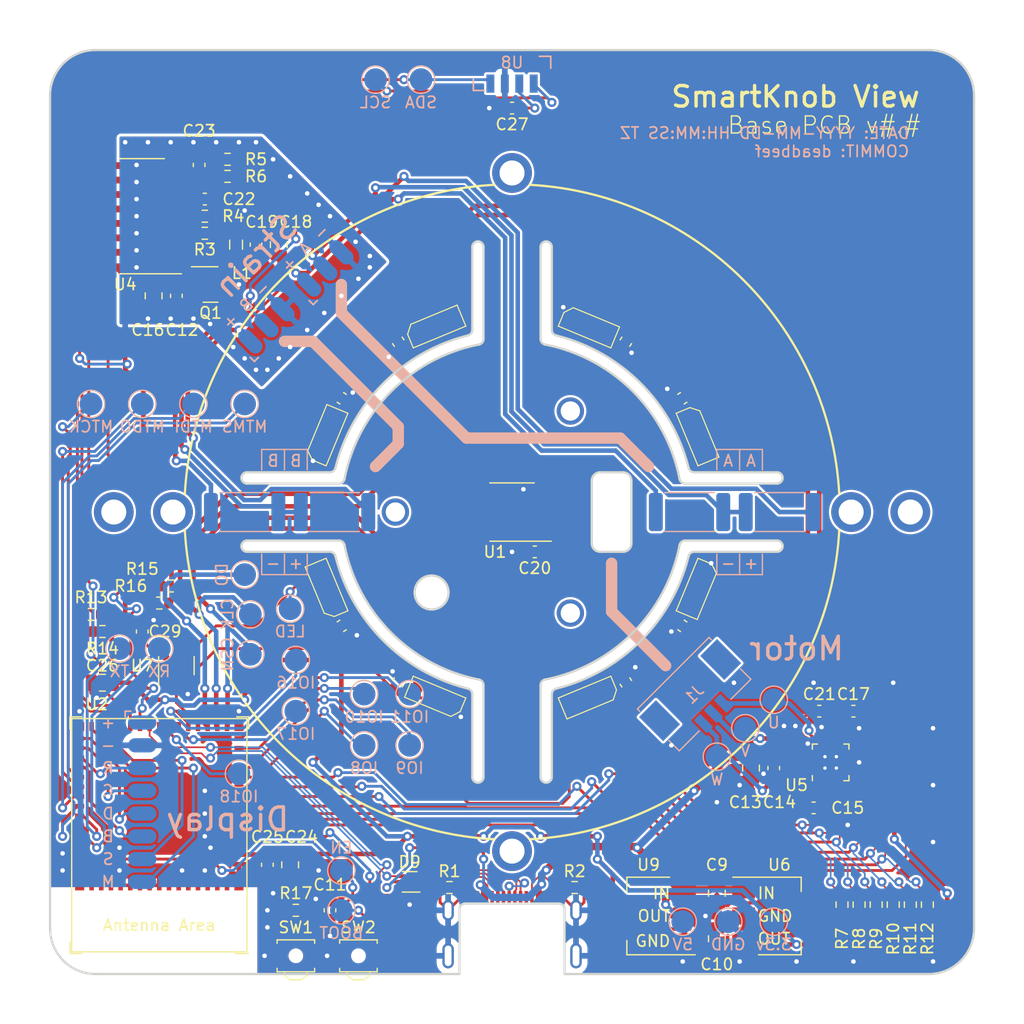
<source format=kicad_pcb>
(kicad_pcb (version 20221018) (generator pcbnew)
  (layers (0 "F.Cu" signal) (31 "B.Cu" signal) (34 "B.Paste" user) (35 "F.Paste" user) (36 "B.SilkS" user "B.Silkscreen") (37 "F.SilkS" user "F.Silkscreen") (38 "B.Mask" user) (39 "F.Mask" user) (44 "Edge.Cuts" user))
  (property "COMMIT_DATE_LONG" "YYYY-MM-DD HH:MM:SS TZ")
  (property "COMMIT_HASH" "deadbeef")
  (property "RELEASE_VERSION" "v#.#")
  (net 0 "")
  (net 1 "GND")
  (net 2 "Net-(U5-VCP)")
  (net 3 "Net-(U5-1V8OUT)")
  (net 4 "Net-(U4-VBG)")
  (net 5 "Net-(U4-INA+)")
  (net 6 "Net-(U4-INA-)")
  (net 7 "Net-(D1-DOUT)")
  (net 8 "Net-(D2-DOUT)")
  (net 9 "/USB_CC1")
  (net 10 "/USB_D-")
  (net 11 "/USB_D+")
  (net 12 "/USB_CC2")
  (net 13 "Net-(D3-DOUT)")
  (net 14 "/STRAIN_E+")
  (net 15 "Net-(D4-DOUT)")
  (net 16 "Net-(D5-DOUT)")
  (net 17 "Net-(D6-DOUT)")
  (net 18 "Net-(D7-DOUT)")
  (net 20 "/MCU_USB_D+")
  (net 21 "/MCU_USB_D-")
  (net 22 "Net-(J1-Pin_1)")
  (net 23 "Net-(J1-Pin_2)")
  (net 24 "Net-(J1-Pin_3)")
  (net 25 "/STRAIN_S-")
  (net 26 "/STRAIN_S+")
  (net 29 "/ESP32_EN")
  (net 30 "/ESP32_BOOT")
  (net 31 "Net-(Q1-C)")
  (net 32 "Net-(Q1-B)")
  (net 33 "/LED_DATA_5V")
  (net 34 "/LCD_CMD")
  (net 35 "/LCD_CS")
  (net 36 "/LCD_BACKLIGHT")
  (net 37 "/LCD_DATA")
  (net 38 "/LCD_SCK")
  (net 39 "/LCD_RST")
  (net 40 "/MAG_DO")
  (net 41 "/MAG_CLK")
  (net 42 "/MAG_CSN")
  (net 43 "/STRAIN_DO")
  (net 44 "/STRAIN_SCK")
  (net 45 "/TMC_UH")
  (net 46 "/TMC_VH")
  (net 47 "/TMC_WH")
  (net 48 "/TMC_UL")
  (net 49 "/TMC_WL")
  (net 50 "/TMC_VL")
  (net 51 "/TMC_DIAG")
  (net 52 "/LED_DATA_3V3")
  (net 53 "/SDA")
  (net 54 "/SCL")
  (net 55 "GNDA")
  (net 56 "Net-(U4-VFB)")
  (net 71 "/U0TXD")
  (net 72 "/U0RXD")
  (net 73 "/JTAG_MTMS")
  (net 74 "/JTAG_MTDI")
  (net 75 "/JTAG_MTDO")
  (net 76 "/JTAG_MTCK")
  (net 77 "+5V")
  (net 78 "+3V3")
  (net 79 "/IO8")
  (net 80 "/IO9")
  (net 81 "/IO10")
  (net 82 "/IO11")
  (net 83 "/IO16")
  (net 84 "/IO17")
  (net 85 "/IO18")
  (footprint "Capacitor_SMD:C_0603_1608Metric" (layer "F.Cu") (at 90 114.967 56.2)
    (fp_text reference "C2" hide)
    (fp_text value "0.1uF")
  )
  (footprint "Holes:MountingHole_M1.6" (layer "F.Cu") (at 105.125427 91.1225)
    (fp_text reference "H3" hide)
    (fp_text value "MotorHole")
  )
  (footprint "Holes:MountingHole_M1.6" (layer "F.Cu") (at 105.125427 108.877499)
    (fp_text reference "H1" hide)
    (fp_text value "MotorHole")
  )
  (footprint "Holes:MountingHole_M1.6" (layer "F.Cu") (at 89.749146 100)
    (fp_text reference "H2" hide)
    (fp_text value "MotorHole")
  )
  (footprint "Holes:MountingHole_2.2mm_M2_ISO7380_Pad_NonVirtual" (layer "F.Cu") (at 100 129.8)
    (fp_text reference "H4" hide)
    (fp_text value "MountHole")
  )
  (footprint "Holes:MountingHole_2.2mm_M2_ISO7380_Pad_NonVirtual" (layer "F.Cu") (at 70.2 100)
    (fp_text reference "H5" hide)
    (fp_text value "MountHole")
  )
  (footprint "Holes:MountingHole_2.2mm_M2_ISO7380_Pad_NonVirtual" (layer "F.Cu") (at 100 70.2)
    (fp_text reference "H6" hide)
    (fp_text value "MountHole")
  )
  (footprint "sk6812:SK6812-SIDE-A" (layer "F.Cu") (at 91.735336 115.248051 -22.5)
    (fp_text reference "D2" hide)
    (fp_text value "SK6812SIDE-A")
  )
  (footprint "Holes:MountingHole_2.2mm_M2_ISO7380_Pad_NonVirtual" (layer "F.Cu") (at 129.8 100)
    (fp_text reference "H7" hide)
    (fp_text value "MountHole")
  )
  (footprint "Capacitor_SMD:C_0603_1608Metric" (layer "F.Cu") (at 85.033 110 33.7)
    (fp_text reference "C1" hide)
    (fp_text value "0.1uF")
  )
  (footprint "sk6812:SK6812-SIDE-A" (layer "F.Cu") (at 83.374 104.938 -67.5)
    (fp_text reference "D1" hide)
    (fp_text value "SK6812SIDE-A")
  )
  (footprint "GCT_USB:USB4510_NoPaste" (layer "F.Cu") (at 100 140.6)
    (fp_text reference "J2")
    (fp_text value "USB_C_Receptacle_USB2.0")
    (fp_line (start -4.62 0) (end -4.62 -5.7) (stroke (width 0.2)) (layer "Edge.Cuts"))
    (fp_line (start -4.12 -6.2) (end 4.12 -6.2) (stroke (width 0.2)) (layer "Edge.Cuts"))
    (fp_line (start 4.62 0) (end 4.62 -5.7) (stroke (width 0.2)) (layer "Edge.Cuts"))
    (fp_arc (start -4.62 -5.7) (mid -4.473553 -6.053553) (end -4.12 -6.2) (stroke (width 0.2)) (layer "Edge.Cuts"))
    (fp_arc (start 4.12 -6.2) (mid 4.473553 -6.053553) (end 4.62 -5.7) (stroke (width 0.2)) (layer "Edge.Cuts"))
  )
  (footprint "Resistor_SMD:R_0603_1608Metric" (layer "F.Cu") (at 94.5 133 180)
    (fp_text reference "R1")
    (fp_text value "5.1k")
  )
  (footprint "Resistor_SMD:R_0603_1608Metric" (layer "F.Cu") (at 105.5 133)
    (fp_text reference "R2")
    (fp_text value "5.1k")
  )
  (footprint "Capacitor_SMD:C_0603_1608Metric" (layer "F.Cu") (at 84 135 90)
    (fp_text reference "C11")
    (fp_text value "1uF")
  )
  (footprint "Capacitor_SMD:C_0805_2012Metric" (layer "F.Cu") (at 121 122.5 -90)
    (fp_text reference "C13")
    (fp_text value "22uF")
  )
  (footprint "Capacitor_SMD:C_0603_1608Metric" (layer "F.Cu") (at 123 122.5 -90)
    (fp_text reference "C14")
    (fp_text value "0.1uF")
  )
  (footprint "Capacitor_SMD:C_0603_1608Metric" (layer "F.Cu") (at 126.5 126)
    (fp_text reference "C15")
    (fp_text value "0.1uF")
  )
  (footprint "Capacitor_SMD:C_0805_2012Metric" (layer "F.Cu") (at 68.5 81 -90)
    (fp_text reference "C16")
    (fp_text value "10uF")
  )
  (footprint "Capacitor_SMD:C_0603_1608Metric" (layer "F.Cu") (at 130 117.5)
    (fp_text reference "C17")
    (fp_text value "0.1uF")
  )
  (footprint "Capacitor_SMD:C_0805_2012Metric" (layer "F.Cu") (at 79.5 76.5 90)
    (fp_text reference "C18")
    (fp_text value "10uF")
  )
  (footprint "Capacitor_SMD:C_0603_1608Metric" (layer "F.Cu") (at 73 72.5 180)
    (fp_text reference "C22")
    (fp_text value "0.1uF")
  )
  (footprint "Package_TO_SOT_SMD:SOT-23" (layer "F.Cu") (at 73.5 80)
    (fp_text reference "Q1")
    (fp_text value "MMBT4403")
  )
  (footprint "Resistor_SMD:R_0603_1608Metric" (layer "F.Cu") (at 73 74)
    (fp_text reference "R4")
    (fp_text value "8.2k")
  )
  (footprint "Resistor_SMD:R_0603_1608Metric" (layer "F.Cu") (at 75 70.5)
    (fp_text reference "R5")
    (fp_text value "100")
  )
  (footprint "Modified:SOT-223-3_TabPin2_InGndOut" (layer "F.Cu") (at 123.5 135.5)
    (fp_text reference "U6")
    (fp_text value "AP2114HA-3.3")
  )
  (footprint "Capacitor_SMD:C_0805_2012Metric" (layer "F.Cu") (at 64 115 180)
    (fp_text reference "C26")
    (fp_text value "10uF")
  )
  (footprint "view_custom:ViewKeepouts3d" (layer "F.Cu") (at 100 100)
    (fp_text reference "Z5" hide)
    (fp_text value "dummy_keepouts")
  )
  (footprint "Capacitor_SMD:C_0603_1608Metric" (layer "F.Cu") (at 70.5 81 -90)
    (fp_text reference "C12")
    (fp_text value "0.1uF")
  )
  (footprint "Package_TO_SOT_SMD:SOT-23-5" (layer "F.Cu") (at 70.5 113.5 90)
    (fp_text reference "U7")
    (fp_text value "SN74LV1T34DBV")
  )
  (footprint "Capacitor_SMD:C_0603_1608Metric" (layer "F.Cu") (at 90 85.033 -56.3)
    (fp_text reference "C7" hide)
    (fp_text value "0.1uF")
  )
  (footprint "sk6812:SK6812-SIDE-A" (layer "F.Cu") (at 95.062 83.374 -157.5)
    (fp_text reference "D7" hide)
    (fp_text value "SK6812SIDE-A")
  )
  (footprint "sk6812:SK6812-SIDE-A" (layer "F.Cu") (at 84.751949 91.735336 -112.5)
    (fp_text reference "D8" hide)
    (fp_text value "SK6812SIDE-A")
  )
  (footprint "Capacitor_SMD:C_0603_1608Metric" (layer "F.Cu") (at 85.033 90 -33.8)
    (fp_text reference "C8" hide)
    (fp_text value "0.1uF")
  )
  (footprint "Inductor_SMD:L_0805_2012Metric" (layer "F.Cu") (at 75.75 76.5 -90)
    (fp_text reference "L1")
    (fp_text value "3.3uH")
  )
  (footprint "Modified:QFN-20-1EP_3x3mm_P0.4mm_EP1.65x1.65mm_ThermalVias_LargerViaHoles" (layer "F.Cu") (at 128 122 90)
    (fp_text reference "U5")
    (fp_text value "TMC6300")
  )
  (footprint "Capacitor_SMD:C_0603_1608Metric" (layer "F.Cu") (at 100 64.5 180)
    (fp_text reference "C27")
    (fp_text value "0.1uF")
  )
  (footprint "Capacitor_SMD:C_0603_1608Metric" (layer "F.Cu") (at 127 117.5 180)
    (fp_text reference "C21")
    (fp_text value "0.1uF")
  )
  (footprint "Resistor_SMD:R_0603_1608Metric" (layer "F.Cu") (at 70 106.5 180)
    (fp_text reference "R16")
    (fp_text value "2.2k")
  )
  (footprint "Package_SO:SOIC-8_3.9x4.9mm_P1.27mm" (layer "F.Cu") (at 100 100 180)
    (fp_text reference "U1")
    (fp_text value "MT6701-CT")
  )
  (footprint "Capacitor_SMD:C_0603_1608Metric" (layer "F.Cu") (at 102 103.5 180)
    (fp_text reference "C20")
    (fp_text value "0.1uF")
  )
  (footprint "Capacitor_SMD:C_0603_1608Metric" (layer "F.Cu") (at 67.5 110.5 90)
    (fp_text reference "C29")
    (fp_text value "0.1uF")
  )
  (footprint "Resistor_SMD:R_0603_1608Metric" (layer "F.Cu") (at 69 108)
    (fp_text reference "R15")
    (fp_text value "2.2k")
  )
  (footprint "Resistor_SMD:R_0603_1608Metric" (layer "F.Cu") (at 64 110.5 180)
    (fp_text reference "R14")
    (fp_text value "2.2k")
  )
  (footprint "Resistor_SMD:R_0603_1608Metric" (layer "F.Cu") (at 63 109 180)
    (fp_text reference "R13")
    (fp_text value "2.2k")
  )
  (footprint "Package_SO:SOIC-16_3.9x9.9mm_P1.27mm" (layer "F.Cu") (at 67.5 74 180)
    (fp_text reference "U4")
    (fp_text value "HX711")
  )
  (footprint "Resistor_SMD:R_0603_1608Metric" (layer "F.Cu") (at 75 69 180)
    (fp_text reference "R6")
    (fp_text value "100")
  )
  (footprint "Capacitor_SMD:C_0603_1608Metric" (layer "F.Cu") (at 77.5 76.5 90)
    (fp_text reference "C19")
    (fp_text value "0.1uF")
  )
  (footprint "Resistor_SMD:R_0603_1608Metric" (layer "F.Cu") (at 73 75.5 180)
    (fp_text reference "R3")
    (fp_text value "10k")
  )
  (footprint "Capacitor_SMD:C_0603_1608Metric" (layer "F.Cu") (at 72.5 69.5 -90)
    (fp_text reference "C23")
    (fp_text value "0.1uF")
  )
  (footprint "Resistor_SMD:R_0603_1608Metric" (layer "F.Cu") (at 129 134.5 -90)
    (fp_text reference "R7")
    (fp_text value "10k")
  )
  (footprint "Resistor_SMD:R_0603_1608Metric" (layer "F.Cu") (at 130.5 134.5 -90)
    (fp_text reference "R8")
    (fp_text value "10k")
  )
  (footprint "Resistor_SMD:R_0603_1608Metric" (layer "F.Cu") (at 136.5 134.5 -90)
    (fp_text reference "R12")
    (fp_text value "10k")
  )
  (footprint "Resistor_SMD:R_0603_1608Metric" (layer "F.Cu") (at 132 134.5 -90)
    (fp_text reference "R9")
    (fp_text value "10k")
  )
  (footprint "Resistor_SMD:R_0603_1608Metric" (layer "F.Cu") (at 133.5 134.5 -90)
    (fp_text reference "R10")
    (fp_text value "10k")
  )
  (footprint "Resistor_SMD:R_0603_1608Metric" (layer "F.Cu") (at 135 134.5 -90)
    (fp_text reference "R11")
    (fp_text value "10k")
  )
  (footprint "Resistor_SMD:R_0603_1608Metric" (layer "F.Cu") (at 81 135)
    (fp_text reference "R17")
    (fp_text value "10k")
  )
  (footprint "Capacitor_SMD:C_0603_1608Metric" (layer "F.Cu") (at 78.5 131 -90)
    (fp_text reference "C25")
    (fp_text value "0.1uF")
  )
  (footprint "Capacitor_SMD:C_0805_2012Metric" (layer "F.Cu") (at 118 137.5 90)
    (fp_text reference "C10")
    (fp_text value "10uF")
  )
  (footprint "Capacitor_SMD:C_0805_2012Metric" (layer "F.Cu") (at 118 133.5 -90)
    (fp_text reference "C9")
    (fp_text value "10uF")
  )
  (footprint "BOM_Only:bom_only_no_pin" (layer "F.Cu") (at 120.4 71.8)
    (fp_text reference "Z6")
    (fp_text value "RotorScrew (BOM-only)")
  )
  (footprint "BOM_Only:bom_only_no_pin" (layer "F.Cu") (at 121.9 71.8)
    (fp_text reference "Z7")
    (fp_text value "RotorScrew (BOM-only)")
  )
  (footprint "BOM_Only:bom_only_no_pin" (layer "F.Cu") (at 123.4 71.8)
    (fp_text reference "Z8")
    (fp_text value "RotorScrew (BOM-only)")
  )
  (footprint "BOM_Only:bom_only_no_pin" (layer "F.Cu") (at 120.4 71.8)
    (fp_text reference "Z9")
    (fp_text value "WatchGlass39.5mm")
  )
  (footprint "BOM_Only:bom_only_no_pin" (layer "F.Cu") (at 121.9 71.8)
    (fp_text reference "Z10")
    (fp_text value "BLDCMotor")
  )
  (footprint "Holes:MountingHole_2.2mm_M2_ISO7380_Pad_NonVirtual" (layer "F.Cu") (at 135 100)
    (fp_text reference "H8" hide)
    (fp_text value "AlignmentHole")
  )
  (footprint "Holes:MountingHole_2.2mm_M2_ISO7380_Pad_NonVirtual" (layer "F.Cu") (at 65 100)
    (fp_text reference "H9" hide)
    (fp_text value "AlignmentHole")
  )
  (footprint "Capacitor_SMD:C_0805_2012Metric" (layer "F.Cu") (at 80.5 131 -90)
    (fp_text reference "C24")
    (fp_text value "22uF")
  )
  (footprint "Package_TO_SOT_SMD:SOT-563" (layer "F.Cu") (at 91 132.5 180)
    (fp_text reference "D9")
    (fp_text value "NUF2042XV6T1G")
  )
  (footprint "PCM_Espressif:ESP32-S3-MINI-1" (layer "F.Cu") (at 69 125.85 180)
    (fp_text reference "U2")
    (fp_text value "ESP32-S3-MINI-1")
  )
  (footprint "Capacitor_SMD:C_0603_1608Metric" (layer "F.Cu") (at 114.967 90 -146.3)
    (fp_text reference "C5" hide)
    (fp_text value "0.1uF")
  )
  (footprint "sk6812:SK6812-SIDE-A" (layer "F.Cu") (at 116.626 95.062 112.5)
    (fp_text reference "D5" hide)
    (fp_text value "SK6812SIDE-A")
  )
  (footprint "Capacitor_SMD:C_0603_1608Metric" (layer "F.Cu") (at 110 114.967 123.7)
    (fp_text reference "C3" hide)
    (fp_text value "0.1uF")
  )
  (footprint "Modified:SOT-223-3_TabPin2_GndOutIn" (layer "F.Cu") (at 112 135.5 180)
    (fp_text reference "U9")
    (fp_text value "TS1117BCW33_RPG")
  )
  (footprint "Capacitor_SMD:C_0603_1608Metric" (layer "F.Cu") (at 110 85.033 -123.8)
    (fp_text reference "C6" hide)
    (fp_text value "0.1uF")
  )
  (footprint "sk6812:SK6812-SIDE-A" (layer "F.Cu") (at 108.264664 84.751949 157.5)
    (fp_text reference "D6" hide)
    (fp_text value "SK6812SIDE-A")
  )
  (footprint "sk6812:SK6812-SIDE-A" (layer "F.Cu") (at 115.248051 108.264664 67.5)
    (fp_text reference "D4" hide)
    (fp_text value "SK6812SIDE-A")
  )
  (footprint "Button_Switch_SMD:SW_SPST_B3U-3000P-B" (layer "F.Cu") (at 86.5 139 180)
    (fp_text reference "SW2")
    (fp_text value "SW_Push")
  )
  (footprint "Capacitor_SMD:C_0603_1608Metric" (layer "F.Cu") (at 114.967 110 146.2)
    (fp_text reference "C4" hide)
    (fp_text value "0.1uF")
  )
  (footprint "Button_Switch_SMD:SW_SPST_B3U-3000P-B" (layer "F.Cu") (at 81 139 180)
    (fp_text reference "SW1")
    (fp_text value "SW_Push")
  )
  (footprint "sk6812:SK6812-SIDE-A" (layer "F.Cu") (at 104.938 116.626 22.5)
    (fp_text reference "D3" hide)
    (fp_text value "SK6812SIDE-A")
  )
  (footprint "SolderPads:SolderPads_2mm_8" (layer "B.Cu") (at 67.5 118.5 -90)
    (fp_text reference "J3" hide)
    (fp_text value "LCD")
  )
  (footprint "SolderPads:SolderPads_2mm_3_STRAIN" (layer "B.Cu") (at 82.171573 80 45)
    (fp_text reference "J4" hide)
    (fp_text value "A")
  )
  (footprint "VEML7700:VEML7700-TOP" (layer "B.Cu") (at 100 61 180)
    (fp_text reference "U8")
    (fp_text value "VEML7700")
  )
  (footprint "SolderPads:SolderPads_2mm_3_STRAIN" (layer "B.Cu") (at 77 85 45)
    (fp_text reference "J5" hide)
    (fp_text value "B")
  )
  (footprint "Molex:532610371" (layer "B.Cu") (at 116.816 118.584 45)
    (fp_text reference "J1")
    (fp_text value "BLDC")
  )
  (footprint "Modified:TestPoint_Pad_D2.0mm_ValueSilk" (layer "B.Cu") (at 115 136)
    (fp_text reference "TP1" hide)
    (fp_text value "5V" hide)
  )
  (footprint "Modified:TestPoint_Pad_D2.0mm_ValueSilk" (layer "B.Cu") (at 123 136)
    (fp_text reference "TP2" hide)
    (fp_text value "3.3v" hide)
  )
  (footprint "Modified:TestPoint_Pad_D2.0mm_ValueSilk" (layer "B.Cu") (at 119 136)
    (fp_text reference "TP3" hide)
    (fp_text value "GND" hide)
  )
  (footprint "Modified:TestPoint_Pad_D2.0mm_ValueSilk" (layer "B.Cu") (at 92 62)
    (fp_text reference "TP4" hide)
    (fp_text value "SDA" hide)
  )
  (footprint "Modified:TestPoint_Pad_D2.0mm_ValueSilk" (layer "B.Cu") (at 88 62)
    (fp_text reference "TP5" hide)
    (fp_text value "SCL" hide)
  )
  (footprint "Modified:TestPoint_Pad_D2.0mm_ValueSilk" (layer "B.Cu") (at 123 116.5)
    (fp_text reference "TP6" hide)
    (fp_text value "U" hide)
  )
  (footprint "Modified:TestPoint_Pad_D2.0mm_ValueSilk" (layer "B.Cu") (at 120.5 119)
    (fp_text reference "TP7" hide)
    (fp_text value "V" hide)
  )
  (footprint "Modified:TestPoint_Pad_D2.0mm_ValueSilk" (layer "B.Cu") (at 118 121.5)
    (fp_text reference "TP8" hide)
    (fp_text value "W" hide)
  )
  (footprint "Modified:TestPoint_Pad_D2.0mm_ValueSilk" (layer "B.Cu") (at 77 112.5 -90)
    (fp_text reference "TP9" hide)
    (fp_text value "CSN" hide)
  )
  (footprint "Modified:TestPoint_Pad_D2.0mm_ValueSilk" (layer "B.Cu") (at 76.5 105.5 -90)
    (fp_text reference "TP11" hide)
    (fp_text value "DO" hide)
  )
  (footprint "Modified:TestPoint_Pad_D2.0mm_ValueSilk" (layer "B.Cu") (at 80.5 108.5)
    (fp_text reference "TP12" hide)
    (fp_text value "LED" hide)
  )
  (footprint "Modified:TestPoint_Pad_D2.0mm_ValueSilk" (layer "B.Cu") (at 77 109 -90)
    (fp_text reference "TP10" hide)
    (fp_text value "CLK" hide)
  )
  (footprint "Modified:TestPoint_Pad_D2.0mm_ValueSilk" (layer "B.Cu") (at 85 131.5)
    (fp_text reference "TP13" hide)
    (fp_text value "EN" hide)
  )
  (footprint "Modified:TestPoint_Pad_D2.0mm_ValueSilk" (layer "B.Cu") (at 85 135)
    (fp_text reference "TP14" hide)
    (fp_text value "BOOT" hide)
  )
  (footprint "Modified:TestPoint_Pad_D2.0mm_ValueSilk" (layer "B.Cu") (at 65.5 112)
    (fp_text reference "TP15" hide)
    (fp_text value "TX" hide)
  )
  (footprint "Modified:TestPoint_Pad_D2.0mm_ValueSilk" (layer "B.Cu") (at 69 112)
    (fp_text reference "TP16" hide)
    (fp_text value "RX" hide)
  )
  (footprint "Resistor_SMD:R_2512_6332Metric" (layer "B.Cu") (at 123.5 100 180)
    (fp_text reference "R18" hide)
    (fp_text value "330")
  )
  (footprint "NetTie:NetTie-2_SMD_Pad0.5mm" (layer "B.Cu") (at 66 83.6 -90)
    (fp_text reference "NT1" hide)
    (fp_text value "NetTie_2")
  )
  (footprint "Resistor_SMD:R_2512_6332Metric" (layer "B.Cu") (at 76.5 100)
    (fp_text reference "R21" hide)
    (fp_text value "330")
  )
  (footprint "Modified:TestPoint_Pad_D2.0mm_ValueSilk" (layer "B.Cu") (at 76.5 90.5)
    (fp_text reference "TP17" hide)
    (fp_text value "MTMS" hide)
  )
  (footprint "Modified:TestPoint_Pad_D2.0mm_ValueSilk" (layer "B.Cu") (at 67.5 90.5)
    (fp_text reference "TP19" hide)
    (fp_text value "MTDO" hide)
  )
  (footprint "Resistor_SMD:R_2512_6332Metric" (layer "B.Cu") (at 115.6 100 180)
    (fp_text reference "R19" hide)
    (fp_text value "330")
  )
  (footprint "Modified:TestPoint_Pad_D2.0mm_ValueSilk" (layer "B.Cu") (at 76 123)
    (fp_text reference "TP27" hide)
    (fp_text value "IO18" hide)
  )
  (footprint "Modified:TestPoint_Pad_D2.0mm_ValueSilk" (layer "B.Cu") (at 81 113)
    (fp_text reference "TP25" hide)
    (fp_text value "IO16" hide)
  )
  (footprint "Modified:TestPoint_Pad_D2.0mm_ValueSilk" (layer "B.Cu") (at 91 120.5)
    (fp_text reference "TP22" hide)
    (fp_text value "IO9" hide)
  )
  (footprint "Modified:TestPoint_Pad_D2.0mm_ValueSilk" (layer "B.Cu") (at 63 90.5)
    (fp_text reference "TP20" hide)
    (fp_text value "MTCK" hide)
  )
  (footprint "Resistor_SMD:R_2512_6332Metric" (layer "B.Cu") (at 84.4 100)
    (fp_text reference "R20" hide)
    (fp_text value "330")
  )
  (footprint "Modified:TestPoint_Pad_D2.0mm_ValueSilk" (layer "B.Cu") (at 87 120.5)
    (fp_text reference "TP21" hide)
    (fp_text value "IO8" hide)
  )
  (footprint "Modified:TestPoint_Pad_D2.0mm_ValueSilk" (layer "B.Cu") (at 72 90.5)
    (fp_text reference "TP18" hide)
    (fp_text value "MTDI" hide)
  )
  (footprint "Modified:TestPoint_Pad_D2.0mm_ValueSilk" (layer "B.Cu") (at 81 117.5)
    (fp_text reference "TP26" hide)
    (fp_text value "IO17" hide)
  )
  (footprint "Modified:TestPoint_Pad_D2.0mm_ValueSilk" (layer "B.Cu") (at 87 116)
    (fp_text reference "TP23" hide)
    (fp_text value "IO10" hide)
  )
  (footprint "Modified:TestPoint_Pad_D2.0mm_ValueSilk" (layer "B.Cu") (at 91 116)
    (fp_text reference "TP24" hide)
    (fp_text value "IO11" hide)
  )
  (gr_line (start 78 96.3) (end 78 94.5) (stroke (width 0.12)) (layer "B.SilkS"))
  (gr_line (start 78 103.7) (end 78 105.5) (stroke (width 0.12)) (layer "B.SilkS"))
  (gr_line (start 80 96.3) (end 80 94.5) (stroke (width 0.12)) (layer "B.SilkS"))
  (gr_line (start 82 105.5) (end 82 103.7) (stroke (width 0.12)) (layer "B.SilkS"))
  (gr_line (start 78 105.5) (end 82 105.5) (stroke (width 0.12)) (layer "B.SilkS"))
  (gr_line (start 78 94.5) (end 82 94.5) (stroke (width 0.12)) (layer "B.SilkS"))
  (gr_line (start 82 94.5) (end 82 96.3) (stroke (width 0.12)) (layer "B.SilkS"))
  (gr_line (start 80 105.5) (end 80 103.7) (stroke (width 0.12)) (layer "B.SilkS"))
  (gr_line (start 90 94) (end 90 92.5) (stroke (width 1)) (layer "B.SilkS"))
  (gr_line (start 96 93.5) (end 85 82.5) (stroke (width 1)) (layer "B.SilkS"))
  (gr_line (start 118 96.3) (end 118 94.5) (stroke (width 0.12)) (layer "B.SilkS"))
  (gr_line (start 118 94.5) (end 122 94.5) (stroke (width 0.12)) (layer "B.SilkS"))
  (gr_line (start 88 96) (end 90 94) (stroke (width 1)) (layer "B.SilkS"))
  (gr_line (start 122 94.5) (end 122 96.3) (stroke (width 0.12)) (layer "B.SilkS"))
  (gr_line (start 109.5 93.5) (end 96 93.5) (stroke (width 1)) (layer "B.SilkS"))
  (gr_line (start 90 92.5) (end 82.5 85) (stroke (width 1)) (layer "B.SilkS"))
  (gr_line (start 112 96) (end 109.5 93.5) (stroke (width 1)) (layer "B.SilkS"))
  (gr_line (start 108.75 104.5) (end 108.75 108.75) (stroke (width 1)) (layer "B.SilkS"))
  (gr_line (start 120 96.3) (end 120 94.5) (stroke (width 0.12)) (layer "B.SilkS"))
  (gr_line (start 108.75 108.75) (end 113.5 113.5) (stroke (width 1)) (layer "B.SilkS"))
  (gr_line (start 118 103.7) (end 118 105.5) (stroke (width 0.12)) (layer "B.SilkS"))
  (gr_line (start 122 105.5) (end 122 103.7) (stroke (width 0.12)) (layer "B.SilkS"))
  (gr_line (start 85 82.5) (end 85 80) (stroke (width 1)) (layer "B.SilkS"))
  (gr_line (start 120 105.5) (end 120 103.7) (stroke (width 0.12)) (layer "B.SilkS"))
  (gr_line (start 82.5 85) (end 80 85) (stroke (width 1)) (layer "B.SilkS"))
  (gr_line (start 118 105.5) (end 122 105.5) (stroke (width 0.12)) (layer "B.SilkS"))
  (gr_arc (start 98.452153 128.758375) (mid 79.64214 120.371488) (end 71.242667 101.567092) (stroke (width 0.2)) (layer "F.SilkS"))
  (gr_arc (start 128.758375 101.547847) (mid 120.371488 120.35786) (end 101.567092 128.757333) (stroke (width 0.2)) (layer "F.SilkS"))
  (gr_arc (start 101.547847 71.241625) (mid 120.35786 79.628512) (end 128.757333 98.432908) (stroke (width 0.2)) (layer "F.SilkS"))
  (gr_arc (start 71.241625 98.452153) (mid 79.628512 79.64214) (end 98.432908 71.242667) (stroke (width 0.2)) (layer "F.SilkS"))
  (gr_line (start 84.793094 102.499999) (end 76.709801 102.499999) (stroke (width 0.2)) (layer "Edge.Cuts"))
  (gr_line (start 96.5 116.00781) (end 96.5 123.290199) (stroke (width 0.2)) (layer "Edge.Cuts"))
  (gr_line (start 97.5 123.290199) (end 97.500001 115.206906) (stroke (width 0.2)) (layer "Edge.Cuts"))
  (gr_arc (start 103.499999 116.00781) (mid 103.605914 115.700081) (end 103.878787 115.522725) (stroke (width 0.2)) (layer "Edge.Cuts"))
  (gr_arc (start 97.5 123.290199) (mid 97 123.790199) (end 96.5 123.290199) (stroke (width 0.2)) (layer "Edge.Cuts"))
  (gr_arc (start 114.71636 102.903226) (mid 110.606601 110.606601) (end 102.903225 114.71636) (stroke (width 0.2)) (layer "Edge.Cuts"))
  (gr_arc (start 114.716361 102.903226) (mid 114.889406 102.613745) (end 115.206906 102.5) (stroke (width 0.2)) (layer "Edge.Cuts"))
  (gr_arc (start 115.522725 103.878788) (mid 111.313708 111.313709) (end 103.878787 115.522725) (stroke (width 0.2)) (layer "Edge.Cuts"))
  (gr_arc (start 110.499999 102.75) (mid 110.280329 103.28033) (end 109.749999 103.5) (stroke (width 0.2)) (layer "Edge.Cuts"))
  (gr_arc (start 115.522726 103.878787) (mid 115.700082 103.605915) (end 116.00781 103.5) (stroke (width 0.2)) (layer "Edge.Cuts"))
  (gr_line (start 110.499999 102.75) (end 110.499999 97.250001) (stroke (width 0.2)) (layer "Edge.Cuts"))
  (gr_arc (start 123.290199 96.500001) (mid 123.790199 97.000001) (end 123.290199 97.500001) (stroke (width 0.2)) (layer "Edge.Cuts"))
  (gr_arc (start 103.499999 123.290199) (mid 102.999999 123.790199) (end 102.499999 123.290199) (stroke (width 0.2)) (layer "Edge.Cuts"))
  (gr_line (start 103.499999 123.290199) (end 103.499999 116.00781) (stroke (width 0.2)) (layer "Edge.Cuts"))
  (gr_arc (start 109.749999 96.500001) (mid 110.280329 96.719671) (end 110.499999 97.250001) (stroke (width 0.2)) (layer "Edge.Cuts"))
  (gr_line (start 109.749999 96.500001) (end 107.749999 96.500001) (stroke (width 0.2)) (layer "Edge.Cuts"))
  (gr_arc (start 106.999999 97.250001) (mid 107.219669 96.719671) (end 107.749999 96.500001) (stroke (width 0.2)) (layer "Edge.Cuts"))
  (gr_line (start 106.999999 97.250001) (end 106.999999 102.75) (stroke (width 0.2)) (layer "Edge.Cuts"))
  (gr_circle (center 92.928933 107.071067) (end 94.428933 107.071067) (stroke (width 0.2)) (fill none) (layer "Edge.Cuts"))
  (gr_line (start 116.00781 103.5) (end 123.290199 103.5) (stroke (width 0.2)) (layer "Edge.Cuts"))
  (gr_arc (start 107.749999 103.5) (mid 107.219669 103.28033) (end 106.999999 102.75) (stroke (width 0.2)) (layer "Edge.Cuts"))
  (gr_arc (start 102.903226 85.28364) (mid 110.606601 89.393399) (end 114.71636 97.096775) (stroke (width 0.2)) (layer "Edge.Cuts"))
  (gr_line (start 115.206906 97.500001) (end 123.290199 97.500001) (stroke (width 0.2)) (layer "Edge.Cuts"))
  (gr_arc (start 96.121212 115.522725) (mid 88.686291 111.313708) (end 84.477275 103.878787) (stroke (width 0.2)) (layer "Edge.Cuts"))
  (gr_arc (start 115.206906 97.500002) (mid 114.889405 97.386257) (end 114.71636 97.096775) (stroke (width 0.2)) (layer "Edge.Cuts"))
  (gr_arc (start 102.499998 115.206906) (mid 102.613743 114.889405) (end 102.903225 114.71636) (stroke (width 0.2)) (layer "Edge.Cuts"))
  (gr_arc (start 140.6 136.599999) (mid 139.428427 139.428426) (end 136.6 140.599999) (stroke (width 0.2)) (layer "Edge.Cuts"))
  (gr_line (start 123.290199 102.5) (end 115.206906 102.5) (stroke (width 0.2)) (layer "Edge.Cuts"))
  (gr_arc (start 76.709801 103.499999) (mid 76.209801 102.999999) (end 76.709801 102.499999) (stroke (width 0.2)) (layer "Edge.Cuts"))
  (gr_arc (start 97.096774 114.71636) (mid 89.393399 110.606601) (end 85.28364 102.903225) (stroke (width 0.2)) (layer "Edge.Cuts"))
  (gr_arc (start 83.99219 103.499999) (mid 84.299919 103.605914) (end 84.477275 103.878787) (stroke (width 0.2)) (layer "Edge.Cuts"))
  (gr_arc (start 97.096774 114.71636) (mid 97.386256 114.889405) (end 97.500001 115.206906) (stroke (width 0.2)) (layer "Edge.Cuts"))
  (gr_line (start 76.709801 103.499999) (end 83.99219 103.499999) (stroke (width 0.2)) (layer "Edge.Cuts"))
  (gr_line (start 102.499999 115.206906) (end 102.499999 123.290199) (stroke (width 0.2)) (layer "Edge.Cuts"))
  (gr_arc (start 84.793094 102.499998) (mid 85.110595 102.613743) (end 85.28364 102.903225) (stroke (width 0.2)) (layer "Edge.Cuts"))
  (gr_line (start 107.749999 103.5) (end 109.749999 103.5) (stroke (width 0.2)) (layer "Edge.Cuts"))
  (gr_arc (start 102.903226 85.283639) (mid 102.613745 85.110594) (end 102.5 84.793094) (stroke (width 0.2)) (layer "Edge.Cuts"))
  (gr_line (start 123.290199 96.500001) (end 116.00781 96.500001) (stroke (width 0.2)) (layer "Edge.Cuts"))
  (gr_arc (start 123.290199 102.5) (mid 123.790199 103) (end 123.290199 103.5) (stroke (width 0.2)) (layer "Edge.Cuts"))
  (gr_arc (start 96.121213 115.522726) (mid 96.394085 115.700082) (end 96.5 116.00781) (stroke (width 0.2)) (layer "Edge.Cuts"))
  (gr_arc (start 59.400001 63.4) (mid 60.571574 60.571573) (end 63.400001 59.4) (stroke (width 0.2)) (layer "Edge.Cuts"))
  (gr_arc (start 136.6 59.4) (mid 139.428427 60.571573) (end 140.6 63.4) (stroke (width 0.2)) (layer "Edge.Cuts"))
  (gr_line (start 59.400001 136.599999) (end 59.400001 63.4) (stroke (width 0.2)) (layer "Edge.Cuts"))
  (gr_line (start 136.6 140.599999) (end 104.619999 140.6) (stroke (width 0.2)) (layer "Edge.Cuts"))
  (gr_line (start 95.38 140.6) (end 63.400001 140.599999) (stroke (width 0.2)) (layer "Edge.Cuts"))
  (gr_arc (start 63.400001 140.599999) (mid 60.571574 139.428426) (end 59.400001 136.599999) (stroke (width 0.2)) (layer "Edge.Cuts"))
  (gr_line (start 140.6 63.4) (end 140.6 136.599999) (stroke (width 0.2)) (layer "Edge.Cuts"))
  (gr_line (start 63.400001 59.4) (end 136.6 59.4) (stroke (width 0.2)) (layer "Edge.Cuts"))
  (gr_arc (start 97.500002 84.793094) (mid 97.386257 85.110595) (end 97.096775 85.28364) (stroke (width 0.2)) (layer "Edge.Cuts"))
  (gr_arc (start 103.878788 84.477275) (mid 111.313709 88.686292) (end 115.522725 96.121213) (stroke (width 0.2)) (layer "Edge.Cuts"))
  (gr_arc (start 103.878787 84.477274) (mid 103.605915 84.299918) (end 103.5 83.99219) (stroke (width 0.2)) (layer "Edge.Cuts"))
  (gr_arc (start 102.5 76.709801) (mid 103 76.209801) (end 103.5 76.709801) (stroke (width 0.2)) (layer "Edge.Cuts"))
  (gr_line (start 83.99219 96.5) (end 76.709801 96.5) (stroke (width 0.2)) (layer "Edge.Cuts"))
  (gr_line (start 102.5 76.709801) (end 102.5 84.793094) (stroke (width 0.2)) (layer "Edge.Cuts"))
  (gr_arc (start 116.00781 96.500001) (mid 115.700081 96.394086) (end 115.522725 96.121213) (stroke (width 0.2)) (layer "Edge.Cuts"))
  (gr_arc (start 85.28364 97.096774) (mid 89.393399 89.393399) (end 97.096775 85.28364) (stroke (width 0.2)) (layer "Edge.Cuts"))
  (gr_line (start 96.500001 76.709801) (end 96.500001 83.99219) (stroke (width 0.2)) (layer "Edge.Cuts"))
  (gr_line (start 103.5 83.99219) (end 103.5 76.709801) (stroke (width 0.2)) (layer "Edge.Cuts"))
  (gr_line (start 76.709801 97.5) (end 84.793094 97.5) (stroke (width 0.2)) (layer "Edge.Cuts"))
  (gr_arc (start 96.500001 83.99219) (mid 96.394086 84.299919) (end 96.121213 84.477275) (stroke (width 0.2)) (layer "Edge.Cuts"))
  (gr_arc (start 84.477275 96.121212) (mid 88.686292 88.686291) (end 96.121213 84.477275) (stroke (width 0.2)) (layer "Edge.Cuts"))
  (gr_arc (start 76.709801 97.5) (mid 76.209801 97) (end 76.709801 96.5) (stroke (width 0.2)) (layer "Edge.Cuts"))
  (gr_arc (start 85.283638 97.096775) (mid 85.110593 97.386256) (end 84.793094 97.5) (stroke (width 0.2)) (layer "Edge.Cuts"))
  (gr_line (start 97.500001 84.793094) (end 97.500001 76.709801) (stroke (width 0.2)) (layer "Edge.Cuts"))
  (gr_arc (start 96.500001 76.709801) (mid 97.000001 76.209801) (end 97.500001 76.709801) (stroke (width 0.2)) (layer "Edge.Cuts"))
  (gr_arc (start 84.477274 96.121213) (mid 84.299918 96.394085) (end 83.99219 96.5) (stroke (width 0.2)) (layer "Edge.Cuts"))
  (gr_text "B" (at 79 95.5) (layer "B.SilkS") (effects (font (size 1 1)) (justify mirror)))
  (gr_text "B" (at 81 95.5) (layer "B.SilkS") (effects (font (size 1 1)) (justify mirror)))
  (gr_text "-" (at 79 104.5) (layer "B.SilkS") (effects (font (size 1 1)) (justify mirror)))
  (gr_text "+" (at 81 104.5) (layer "B.SilkS") (effects (font (size 1 1)) (justify mirror)))
  (gr_text "Motor" (at 125 112) (layer "B.SilkS") (effects (font (size 2 2) (thickness 0.3)) (justify mirror)))
  (gr_text "Display" (at 75 127) (layer "B.SilkS") (effects (font (size 2 2) (thickness 0.3)) (justify mirror)))
  (gr_text "S" (at 64.5 130.5) (layer "B.SilkS") (effects (font (size 1 1)) (justify mirror)))
  (gr_text "C" (at 64.5 124.5) (layer "B.SilkS") (effects (font (size 1 1)) (justify mirror)))
  (gr_text "M" (at 64.5 132.5) (layer "B.SilkS") (effects (font (size 1 1)) (justify mirror)))
  (gr_text "DATE: ${COMMIT_DATE_LONG}\nCOMMIT: ${COMMIT_HASH}\n" (at 135 67.5) (layer "B.SilkS") (effects (font (size 1 1)) (justify left mirror)))
  (gr_text "+" (at 121 104.5) (layer "B.SilkS") (effects (font (size 1 1)) (justify mirror)))
  (gr_text "A" (at 121 95.5) (layer "B.SilkS") (effects (font (size 1 1)) (justify mirror)))
  (gr_text "+" (at 64.5 118.5) (layer "B.SilkS") (effects (font (size 1 1)) (justify mirror)))
  (gr_text "R" (at 64.5 122.5) (layer "B.SilkS") (effects (font (size 1 1)) (justify mirror)))
  (gr_text "B" (at 64.5 128.5) (layer "B.SilkS") (effects (font (size 1 1)) (justify mirror)))
  (gr_text "A" (at 119 95.5) (layer "B.SilkS") (effects (font (size 1 1)) (justify mirror)))
  (gr_text "-" (at 119 104.5) (layer "B.SilkS") (effects (font (size 1 1)) (justify mirror)))
  (gr_text "D" (at 64.5 126.5) (layer "B.SilkS") (effects (font (size 1 1)) (justify mirror)))
  (gr_text "-" (at 64.5 120.5) (layer "B.SilkS") (effects (font (size 1 1)) (justify mirror)))
  (gr_text "Strain" (at 77.5 77.5 45) (layer "B.SilkS") (effects (font (size 2 2) (thickness 0.3)) (justify mirror)))
  (gr_text "Base PCB ${RELEASE_VERSION}" (at 136 66) (layer "F.SilkS") (effects (font (size 1.5 1.5) (thickness 0.12)) (justify right)))
  (gr_text "SmartKnob View" (at 136 63.5) (layer "F.SilkS") (effects (font (size 1.8 1.8) (thickness 0.3)) (justify right)))
  (segment (start 104.938698 82.438698) (end 104.5 82) (width 0.25) (layer "F.Cu") (net 1))
  (segment (start 114.322987 109.568871) (end 114.322987 110.177013) (width 0.25) (layer "F.Cu") (net 1))
  (segment (start 104.938698 83.374289) (end 104.938698 82.438698) (width 0.25) (layer "F.Cu") (net 1))
  (segment (start 114.322987 110.177013) (end 114 110.5) (width 0.25) (layer "F.Cu") (net 1))
  (segment (start 108.263966 115.24834) (end 108.643892 115.24834) (width 0.25) (layer "F.Cu") (net 1))
  (segment (start 108.643892 115.24834) (end 109.569996 114.322236) (width 0.25) (layer "F.Cu") (net 1))
  (segment (start 110.145089 114.322236) (end 110.828626 113.638699) (width 0.25) (layer "F.Cu") (net 1))
  (segment (start 109.569996 114.322236) (end 110.145089 114.322236) (width 0.25) (layer "F.Cu") (net 1))
  (segment (start 101.095 98.095) (end 101 98) (width 0.25) (layer "F.Cu") (net 1))
  (segment (start 101.225 103.5) (end 100 103.5) (width 0.25) (layer "F.Cu") (net 1))
  (segment (start 102.475 98.095) (end 101.095 98.095) (width 0.25) (layer "F.Cu") (net 1))
  (segment (start 68.275 109.725) (end 68.5 109.5) (width 0.4) (layer "F.Cu") (net 1))
  (segment (start 95.061302 116.625711) (end 95.061302 117.561302) (width 0.25) (layer "F.Cu") (net 1))
  (segment (start 89.854911 85.677764) (end 89.171374 86.361301) (width 0.25) (layer "F.Cu") (net 1))
  (segment (start 62 118.85) (end 62 117.519574) (width 0.4) (layer "F.Cu") (net 1))
  (segment (start 93.675 133) (end 93.675 134.295) (width 0.25) (layer "F.Cu") (net 1))
  (segment (start 89.822987 114.322987) (end 89.5 114) (width 0.25) (layer "F.Cu") (net 1))
  (segment (start 63.05 115.8755) (end 63.5 116.3255) (width 0.4) (layer "F.Cu") (net 1))
  (segment (start 126.225 117.5) (end 126.2 117.5) (width 0.25) (layer "F.Cu") (net 1))
  (segment (start 116.625711 104.938698) (end 117.061302 104.938698) (width 0.25) (layer "F.Cu") (net 1))
  (segment (start 104.47 133.85) (end 105.62 135) (width 0.25) (layer "F.Cu") (net 1))
  (segment (start 117.061302 104.938698) (end 117.5 104.5) (width 0.25) (layer "F.Cu") (net 1))
  (segment (start 114.322236 89.854911) (end 113.638699 89.171374) (width 0.25) (layer "F.Cu") (net 1))
  (segment (start 85.677764 110.145089) (end 86.361301 110.828626) (width 0.25) (layer "F.Cu") (net 1))
  (segment (start 95.061302 117.561302) (end 95.5 118) (width 0.25) (layer "F.Cu") (net 1))
  (segment (start 106.325 133) (end 106.325 134.295) (width 0.25) (layer "F.Cu") (net 1))
  (segment (start 91.736034 84.75166) (end 91.356108 84.75166) (width 0.25) (layer "F.Cu") (net 1))
  (segment (start 85.677013 90.431129) (end 85.677013 89.822987) (width 0.25) (layer "F.Cu") (net 1))
  (segment (start 120 124) (end 120.45 124) (width 0.65) (layer "F.Cu") (net 1))
  (segment (start 115.24834 91.356108) (end 114.322236 90.430004) (width 0.25) (layer "F.Cu") (net 1))
  (segment (start 71.45 115.95) (end 71.5 116) (width 0.25) (layer "F.Cu") (net 1))
  (segment (start 126.2 117.5) (end 124.9 118.8) (width 0.25) (layer "F.Cu") (net 1))
  (segment (start 90.430004 85.677764) (end 89.854911 85.677764) (width 0.25) (layer "F.Cu") (net 1))
  (segment (start 126.55 122.8) (end 124.025 122.8) (width 0.25) (layer "F.Cu") (net 1))
  (segment (start 96.8 133.85) (end 95.53 133.85) (width 0.25) (layer "F.Cu") (net 1))
  (segment (start 84.75166 108.263966) (end 84.75166 108.643892) (width 0.25) (layer "F.Cu") (net 1))
  (segment (start 126.55 121.2) (end 126.55 120.908226) (width 0.25) (layer "F.Cu") (net 1))
  (segment (start 127.6 119.3) (end 127.6 120.55) (width 0.15) (layer "F.Cu") (net 1))
  (segment (start 129.45 121.6) (end 130.1 121.6) (width 0.15) (layer "F.Cu") (net 1))
  (segment (start 114.322236 90.430004) (end 114.322236 89.854911) (width 0.25) (layer "F.Cu") (net 1))
  (segment (start 129.45 122) (end 130.5 122) (width 0.15) (layer "F.Cu") (net 1))
  (segment (start 83.374289 95.061302) (end 82.938698 95.061302) (width 0.25) (layer "F.Cu") (net 1))
  (segment (start 126.55 120.908226) (end 125.989142 120.347368) (width 0.25) (layer "F.Cu") (net 1))
  (segment (start 90.431129 114.322987) (end 89.822987 114.322987) (width 0.25) (layer "F.Cu") (net 1))
  (segment (start 115.24834 91.736034) (end 115.24834 91.356108) (width 0.25) (layer "F.Cu") (net 1))
  (segment (start 91 134.5) (end 91 132.65) (width 0.25) (layer "F.Cu") (net 1))
  (segment (start 130.1 121.6) (end 130.5 122) (width 0.15) (layer "F.Cu") (net 1))
  (segment (start 130.775 117.5) (end 130.775 118.725) (width 0.25) (layer "F.Cu") (net 1))
  (segment (start 120.45 124) (end 121 123.45) (width 0.65) (layer "F.Cu") (net 1))
  (segment (start 62 117.519574) (end 61.990213 117.509787) (width 0.4) (layer "F.Cu") (net 1))
  (segment (start 99.225 64.5) (end 98 64.5) (width 0.25) (layer "F.Cu") (net 1))
  (segment (start 122 122.95) (end 121.182458 122.95) (width 0.65) (layer "F.Cu") (net 1))
  (segment (start 91.356108 84.75166) (end 90.430004 85.677764) (width 0.25) (layer "F.Cu") (net 1))
  (segment (start 91.15 132.5) (end 91.75 132.5) (width 0.25) (layer "F.Cu") (net 1))
  (segment (start 122.047533 122.997533) (end 122 122.95) (width 0.65) (layer "F.Cu") (net 1))
  (segment (start 91 132.65) (end 91.15 132.5) (width 0.25) (layer "F.Cu") (net 1))
  (segment (start 127.2 118.9) (end 127.6 119.3) (width 0.15) (layer "F.Cu") (net 1))
  (segment (start 82.938698 95.061302) (end 82.5 95.5) (width 0.25) (layer "F.Cu") (net 1))
  (segment (start 85.677764 109.569996) (end 85.677764 110.145089) (width 0.25) (layer "F.Cu") (net 1))
  (segment (start 106.325 134.295) (end 105.62 135) (width 0.25) (layer "F.Cu") (net 1))
  (segment (start 109.568871 85.677013) (end 110.177013 85.677013) (width 0.25) (layer "F.Cu") (net 1))
  (segment (start 84.75166 108.643892) (end 85.677764 109.569996) (width 0.25) (layer "F.Cu") (net 1))
  (segment (start 85.677013 89.822987) (end 86 89.5) (width 0.25) (layer "F.Cu") (net 1))
  (segment (start 103.2 133.85) (end 104.47 133.85) (width 0.25) (layer "F.Cu") (net 1))
  (segment (start 76 118.85) (end 76 117.5) (width 0.25) (layer "F.Cu") (net 1))
  (segment (start 130.775 118.725) (end 130.5 119) (width 0.25) (layer "F.Cu") (net 1))
  (segment (start 67.5 109.725) (end 68.275 109.725) (width 0.4) (layer "F.Cu") (net 1))
  (segment (start 93.675 134.295) (end 94.38 135) (width 0.25) (layer "F.Cu") (net 1))
  (segment (start 71.45 114.6375) (end 71.45 115.95) (width 0.25) (layer "F.Cu") (net 1))
  (segment (start 124.025 122.8) (end 124 122.775) (width 0.25) (layer "F.Cu") (net 1))
  (segment (start 63.05 115) (end 63.05 115.8755) (width 0.4) (layer "F.Cu") (net 1))
  (segment (start 110.177013 85.677013) (end 110.5 86) (width 0.25) (layer "F.Cu") (net 1))
  (segment (start 124 122.775) (end 125.9343 122.775) (width 0.4) (layer "F.Cu") (net 1))
  (segment (start 95.53 133.85) (end 94.38 135) (width 0.25) (layer "F.Cu") (net 1))
  (via (at 117.5 104.5) (size 0.8) (drill 0.4) (layers "F.Cu" "B.Cu") (net 1))
  (via (at 114 110.5) (size 0.8) (drill 0.4) (layers "F.Cu" "B.Cu") (net 1))
  (via (at 110.828626 113.638699) (size 0.8) (drill 0.4) (layers "F.Cu" "B.Cu") (net 1))
  (via (at 100 103.5) (size 0.8) (drill 0.4) (layers "F.Cu" "B.Cu") (net 1))
  (via (at 101 98) (size 0.8) (drill 0.4) (layers "F.Cu" "B.Cu") (net 1))
  (via (at 60.5 130) (size 0.8) (drill 0.4) (layers "F.Cu" "B.Cu") (net 1))
  (via (at 126.5 115) (size 0.8) (drill 0.4) (layers "F.Cu" "B.Cu") (net 1))
  (via (at 73 131.5) (size 0.8) (drill 0.4) (layers "F.Cu" "B.Cu") (net 1))
  (via (at 82.5 95.5) (size 0.8) (drill 0.4) (layers "F.Cu" "B.Cu") (net 1))
  (via (at 73 124.5) (size 0.8) (drill 0.4) (layers "F.Cu" "B.Cu") (net 1))
  (via (at 78.5 136.5) (size 0.8) (drill 0.4) (layers "F.Cu" "B.Cu") (net 1))
  (via (at 130.5 122) (size 0.8) (drill 0.4) (layers "F.Cu" "B.Cu") (net 1))
  (via (at 117 135.5) (size 0.8) (drill 0.4) (layers "F.Cu" "B.Cu") (net 1))
  (via (at 127.2 118.9) (size 0.8) (drill 0.4) (layers "F.Cu" "B.Cu") (net 1))
  (via (at 137 139.5) (size 0.8) (drill 0.4) (layers "F.Cu" "B.Cu") (net 1))
  (via (at 63.5 116.3255) (size 0.8) (drill 0.4) (layers "F.Cu" "B.Cu") (net 1))
  (via (at 86.361301 110.828626) (size 0.8) (drill 0.4) (layers "F.Cu" "B.Cu") (net 1))
  (via (at 82.75 134) (size 0.8) (drill 0.4) (layers "F.Cu" "B.Cu") (net 1))
  (via (at 73.5 129.5) (size 0.8) (drill 0.4) (layers "F.Cu" "B.Cu") (net 1))
  (via (at 125 139.5) (size 0.8) (drill 0.4) (layers "F.Cu" "B.Cu") (net 1))
  (via (at 60.5 131.5) (size 0.8) (drill 0.4) (layers "F.Cu" "B.Cu") (net 1))
  (via (at 89.5 114) (size 0.8) (drill 0.4) (layers "F.Cu" "B.Cu") (net 1))
  (via (at 137 129) (size 0.8) (drill 0.4) (layers "F.Cu" "B.Cu") (net 1))
  (via (at 61.990213 117.509787) (size 0.8) (drill 0.4) (layers "F.Cu" "B.Cu") (net 1))
  (via (at 123.9 118.8) (size 0.8) (drill 0.4) (layers "F.Cu" "B.Cu") (net 1))
  (via (at 120 124) (size 0.8) (drill 0.4) (layers "F.Cu" "B.Cu") (net 1))
  (via (at 79 133.5) (size 0.8) (drill 0.4) (layers "F.Cu" "B.Cu") (net 1))
  (via (at 65.5 131.5) (size 0.8) (drill 0.4) (layers "F.Cu" "B.Cu") (net 1))
  (via (at 71.5 116) (size 0.8) (drill 0.4) (layers "F.Cu" "B.Cu") (net 1))
  (via (at 113.638699 89.171374) (size 0.8) (drill 0.4) (layers "F.Cu" "B.Cu") (net 1))
  (via (at 104.5 82) (size 0.8) (drill 0.4) (layers "F.Cu" "B.Cu") (net 1))
  (via (at 130.5 119) (size 0.8) (drill 0.4) (layers "F.Cu" "B.Cu") (net 1))
  (via (at 118 125.5) (size 0.8) (drill 0.4) (layers "F.Cu" "B.Cu") (net 1))
  (via (at 84 137.25) (size 0.8) (drill 0.4) (layers "F.Cu" "B.Cu") (net 1))
  (via (at 98 64.5) (size 0.8) (drill 0.4) (layers "F.Cu" "B.Cu") (net 1))
  (via (at 130 139.5) (size 0.8) (drill 0.4) (layers "F.Cu" "B.Cu") (net 1))
  (via (at 133.5 115) (size 0.8) (drill 0.4) (layers "F.Cu" "B.Cu") (net 1))
  (via (at 83.75 139) (size 0.8) (drill 0.4) (layers "F.Cu" "B.Cu") (net 1))
  (via (at 65.5 129.5) (size 0.8) (drill 0.4) (layers "F.Cu" "B.Cu") (net 1))
  (via (at 91 134.5) (size 0.8) (drill 0.4) (layers "F.Cu" "B.Cu") (net 1))
  (via (at 120 139.5) (size 0.8) (drill 0.4) (layers "F.Cu" "B.Cu") (net 1))
  (via (at 114 120.5) (size 0.8) (drill 0.4) (layers "F.Cu" "B.Cu") (net 1))
  (via (at 73 128.5) (size 0.8) (drill 0.4) (layers "F.Cu" "B.Cu") (net 1))
  (via (at 71 131.5) (size 0.8) (drill 0.4) (layers "F.Cu" "B.Cu") (net 1))
  (via (at 86 89.5) (size 0.8) (drill 0.4) (layers "F.Cu" "B.Cu") (net 1))
  (via (at 73 126.5) (size 0.8) (drill 0.4) (layers "F.Cu" "B.Cu") (net 1))
  (via (at 76 117.5) (size 0.8) (drill 0.4) (layers "F.Cu" "B.Cu") (net 1))
  (via (at 83 131.5) (size 0.8) (drill 0.4) (layers "F.Cu" "B.Cu") (net 1))
  (via (at 124.9 118.8) (size 0.8) (drill 0.4) (layers "F.Cu" "B.Cu") (net 1))
  (via (at 137 124) (size 0.8) (drill 0.4) (layers "F.Cu" "B.Cu") (net 1))
  (via (at 78.5 135) (size 0.8) (drill 0.4) (layers "F.Cu" "B.Cu") (net 1))
  (via (at 95.5 118) (size 0.8) (drill 0.4) (layers "F.Cu" "B.Cu") (net 1))
  (via (at 119.5 115) (size 0.8) (drill 0.4) (layers "F.Cu" "B.Cu") (net 1))
  (via (at 78.25 139) (size 0.8) (drill 0.4) (layers "F.Cu" "B.Cu") (net 1))
  (via (at 115 139.5) (size 0.8) (drill 0.4) (layers "F.Cu" "B.Cu") (net 1))
  (via (at 89.171374 86.361301) (size 0.8) (drill 0.4) (layers "F.Cu" "B.Cu") (net 1))
  (via (at 110.5 86) (size 0.8) (drill 0.4) (layers "F.Cu" "B.Cu") (net 1))
  (via (at 68.5 109.5) (size 0.8) (drill 0.4) (layers "F.Cu" "B.Cu") (net 1))
  (via (at 129.5 127.5) (size 0.8) (drill 0.4) (layers "F.Cu" "B.Cu") (net 1))
  (via (at 122.101428 123) (size 0.8) (drill 0.4) (layers "F.Cu" "B.Cu") (net 1))
  (via (at 137 119) (size 0.8) (drill 0.4) (layers "F.Cu" "B.Cu") (net 1))
  (via (at 125.989142 120.347368) (size 0.8) (drill 0.4) (layers "F.Cu" "B.Cu") (net 1))
  (segment (start 127.275 126) (end 127.6 125.675) (width 0.15) (layer "F.Cu") (net 2))
  (segment (start 127.6 125.675) (end 127.6 123.45) (width 0.15) (layer "F.Cu") (net 2))
  (segment (start 128 120.55) (end 128 117.725) (width 0.15) (layer "F.Cu") (net 3))
  (segment (start 128 117.725) (end 127.775 117.5) (width 0.15) (layer "F.Cu") (net 3))
  (segment (start 71.82 72.095) (end 72.225 72.5) (width 0.25) (layer "F.Cu") (net 4))
  (segment (start 69.975 72.095) (end 71.82 72.095) (width 0.25) (layer "F.Cu") (net 4))
  (segment (start 69.975 69.555) (end 71.67 69.555) (width 0.25) (layer "F.Cu") (net 5))
  (segment (start 73.9 68.725) (end 74.175 69) (width 0.25) (layer "F.Cu") (net 5))
  (segment (start 71.67 69.555) (end 72.5 68.725) (width 0.25) (layer "F.Cu") (net 5))
  (segment (start 72.5 68.725) (end 73.9 68.725) (width 0.25) (layer "F.Cu") (net 5))
  (segment (start 69.975 70.825) (end 71.95 70.825) (width 0.25) (layer "F.Cu") (net 6))
  (segment (start 73.95 70.275) (end 74.175 70.5) (width 0.25) (layer "F.Cu") (net 6))
  (segment (start 71.95 70.825) (end 72.5 70.275) (width 0.25) (layer "F.Cu") (net 6))
  (segment (start 72.5 70.275) (end 73.95 70.275) (width 0.25) (layer "F.Cu") (net 6))
  (segment (start 90.693006 113.496932) (end 91.735336 114.539262) (width 0.25) (layer "F.Cu") (net 7))
  (segment (start 89.984217 113.496932) (end 90.693006 113.496932) (width 0.25) (layer "F.Cu") (net 7))
  (segment (start 86.503675 109.307475) (end 86.503675 110.01639) (width 0.25) (layer "F.Cu") (net 7))
  (segment (start 91.735336 114.539262) (end 91.735336 115.248051) (width 0.25) (layer "F.Cu") (net 7))
  (segment (start 85.530841 107.697677) (end 85.530841 108.334641) (width 0.25) (layer "F.Cu") (net 7))
  (segment (start 84.282873 107.132214) (end 84.965378 107.132214) (width 0.25) (layer "F.Cu") (net 7))
  (segment (start 85.530841 108.334641) (end 86.503675 109.307475) (width 0.25) (layer "F.Cu") (net 7))
  (segment (start 84.965378 107.132214) (end 85.530841 107.697677) (width 0.25) (layer "F.Cu") (net 7))
  (segment (start 86.503675 110.01639) (end 89.984217 113.496932) (width 0.25) (layer "F.Cu") (net 7))
  (segment (start 104.938 116.626) (end 104.5 117.064) (width 0.25) (layer "F.Cu") (net 8))
  (segment (start 93.92955 122.79815) (end 93.92955 116.156924) (width 0.25) (layer "F.Cu") (net 8))
  (segment (start 104.5 117.064) (end 104.5 124.267649) (width 0.25) (layer "F.Cu") (net 8))
  (segment (start 96.331378 125.199978) (end 93.92955 122.79815) (width 0.25) (layer "F.Cu") (net 8))
  (segment (start 103.567671 125.199978) (end 96.331378 125.199978) (width 0.25) (layer "F.Cu") (net 8))
  (segment (start 104.5 124.267649) (end 103.567671 125.199978) (width 0.25) (layer "F.Cu") (net 8))
  (segment (start 96.250002 132.074998) (end 97.570004 132.074998) (width 0.15) (layer "F.Cu") (net 9))
  (segment (start 95.325 133) (end 96.250002 132.074998) (width 0.15) (layer "F.Cu") (net 9))
  (segment (start 97.570004 132.074998) (end 98.75 133.254994) (width 0.15) (layer "F.Cu") (net 9))
  (segment (start 98.75 133.254994) (end 98.75 133.85) (width 0.15) (layer "F.Cu") (net 9))
  (segment (start 98.169215 132.24993) (end 97.964271 132.044986) (width 0.15) (layer "F.Cu") (net 10))
  (segment (start 100.25 133.85) (end 100.25 133.298957) (width 0.15) (layer "F.Cu") (net 10))
  (segment (start 93.475013 131.774987) (end 92.25 133) (width 0.15) (layer "F.Cu") (net 10))
  (segment (start 97.964271 132.044986) (end 97.694272 131.774987) (width 0.15) (layer "F.Cu") (net 10))
  (segment (start 100.374025 133.174932) (end 100.374025 132.57493) (width 0.15) (layer "F.Cu") (net 10))
  (segment (start 99.25 133.85) (end 99.25 133.330715) (width 0.15) (layer "F.Cu") (net 10))
  (segment (start 92.25 133) (end 91.75 133) (width 0.15) (layer "F.Cu") (net 10))
  (segment (start 100.25 133.298957) (end 100.374025 133.174932) (width 0.15) (layer "F.Cu") (net 10))
  (segment (start 100.049025 132.24993) (end 98.169215 132.24993) (width 0.15) (layer "F.Cu") (net 10))
  (segment (start 99.25 133.37501) (end 99.25 133.85) (width 0.15) (layer "F.Cu") (net 10))
  (segment (start 100.374025 132.57493) (end 100.049025 132.24993) (width 0.15) (layer "F.Cu") (net 10))
  (segment (start 97.694272 131.774987) (end 93.475013 131.774987) (width 0.15) (layer "F.Cu") (net 10))
  (segment (start 99.25 133.330715) (end 97.964271 132.044986) (width 0.15) (layer "F.Cu") (net 10))
  (segment (start 99.75 132.875907) (end 99.749024 132.874931) (width 0.15) (layer "F.Cu") (net 11))
  (segment (start 99.75 133.85) (end 99.75 132.875907) (width 0.15) (layer "F.Cu") (net 11))
  (segment (start 100.75 132.95) (end 100.75 133.85) (width 0.15) (layer "F.Cu") (net 11))
  (segment (start 98.293482 131.949919) (end 100.173293 131.949919) (width 0.15) (layer "F.Cu") (net 11))
  (segment (start 100.75 132.526626) (end 100.75 133.85) (width 0.15) (layer "F.Cu") (net 11))
  (segment (start 91.75 132) (end 92.275024 131.474976) (width 0.15) (layer "F.Cu") (net 11))
  (segment (start 97.818539 131.474976) (end 98.293482 131.949919) (width 0.15) (layer "F.Cu") (net 11))
  (segment (start 92.275024 131.474976) (end 97.818539 131.474976) (width 0.15) (layer "F.Cu") (net 11))
  (segment (start 100.173293 131.949919) (end 100.75 132.526626) (width 0.15) (layer "F.Cu") (net 11))
  (segment (start 101.1 132.6) (end 100.75 132.95) (width 0.15) (layer "F.Cu") (net 11))
  (via (at 99.749024 132.874931) (size 0.8) (drill 0.4) (layers "F.Cu" "B.Cu") (net 11))
  (via (at 101.1 132.6) (size 0.8) (drill 0.4) (layers "F.Cu" "B.Cu") (net 11))
  (segment (start 99.749024 132.874931) (end 100.825069 132.874931) (width 0.15) (layer "B.Cu") (net 11))
  (segment (start 100.825069 132.874931) (end 101.1 132.6) (width 0.15) (layer "B.Cu") (net 11))
  (segment (start 101.75 132.624998) (end 102.299999 132.074999) (width 0.15) (layer "F.Cu") (net 12))
  (segment (start 102.299999 132.074999) (end 102.900001 132.074999) (width 0.15) (layer "F.Cu") (net 12))
  (segment (start 101.75 133.85) (end 101.75 132.624998) (width 0.15) (layer "F.Cu") (net 12))
  (segment (start 102.900001 132.074999) (end 103.825002 133) (width 0.15) (layer "F.Cu") (net 12))
  (segment (start 103.825002 133) (end 104.675 133) (width 0.15) (layer "F.Cu") (net 12))
  (segment (start 109.307475 113.496325) (end 110.01639 113.496325) (width 0.25) (layer "F.Cu") (net 13))
  (segment (start 113.496932 109.306994) (end 114.539262 108.264664) (width 0.25) (layer "F.Cu") (net 13))
  (segment (start 114.539262 108.264664) (end 115.248051 108.264664) (width 0.25) (layer "F.Cu") (net 13))
  (segment (start 107.697677 114.469159) (end 108.334641 114.469159) (width 0.25) (layer "F.Cu") (net 13))
  (segment (start 107.132214 115.717127) (end 107.132214 115.034622) (width 0.25) (layer "F.Cu") (net 13))
  (segment (start 113.496932 110.015783) (end 113.496932 109.306994) (width 0.25) (layer "F.Cu") (net 13))
  (segment (start 110.01639 113.496325) (end 113.496932 110.015783) (width 0.25) (layer "F.Cu") (net 13))
  (segment (start 107.132214 115.034622) (end 107.697677 114.469159) (width 0.25) (layer "F.Cu") (net 13))
  (segment (start 108.334641 114.469159) (end 109.307475 113.496325) (width 0.25) (layer "F.Cu") (net 13))
  (segment (start 79.5 77.5) (end 81 79) (width 0.25) (layer "F.Cu") (net 14))
  (segment (start 76 84) (end 75.024247 84) (width 0.4) (layer "F.Cu") (net 14))
  (segment (start 75.75 77.5625) (end 76.0375 77.275) (width 0.25) (layer "F.Cu") (net 14))
  (segment (start 77.675 77.45) (end 79.5 77.45) (width 0.25) (layer "F.Cu") (net 14))
  (segment (start 71.5 87.524247) (end 71.5 93) (width 0.4) (layer "F.Cu") (net 14))
  (segment (start 77.5 77.275) (end 77.675 77.45) (width 0.25) (layer "F.Cu") (net 14))
  (segment (start 76 84) (end 79.5 80.5) (width 0.25) (layer "F.Cu") (net 14))
  (segment (start 90.5 70.5) (end 82 79) (width 0.4) (layer "F.Cu") (net 14))
  (segment (start 71.5 93) (end 72 93.5) (width 0.4) (layer "F.Cu") (net 14))
  (segment (start 75.024247 84) (end 71.5 87.524247) (width 0.4) (layer "F.Cu") (net 14))
  (segment (start 76.0375 77.275) (end 77.5 77.275) (width 0.25) (layer "F.Cu") (net 14))
  (segment (start 79.5 80.5) (end 79.5 77.45) (width 0.25) (layer "F.Cu") (net 14))
  (segment (start 79.5 77.45) (end 79.5 77.5) (width 0.25) (layer "F.Cu") (net 14))
  (segment (start 82 79) (end 81 79) (width 0.4) (layer "F.Cu") (net 14))
  (via (at 72 93.5) (size 0.8) (drill 0.4) (layers "F.Cu" "B.Cu") (net 14))
  (via (at 76 84) (size 0.8) (drill 0.4) (layers "F.Cu" "B.Cu") (net 14))
  (via (at 90.5 70.5) (size 0.8) (drill 0.4) (layers "F.Cu" "B.Cu") (net 14))
  (via (at 81 79) (size 0.8) (drill 0.4) (layers "F.Cu" "B.Cu") (net 14))
  (segment (start 81.171573 79) (end 82.171573 80) (width 0.25) (layer "B.Cu") (net 14))
  (segment (start 85.3375 97.975) (end 78.851472 97.975) (width 0.4) (layer "B.Cu") (net 14))
  (segment (start 77.875973 98.950499) (end 76.450499 98.950499) (width 0.4) (layer "B.Cu") (net 14))
  (segment (start 76.450499 98.950499) (end 72 94.5) (width 0.4) (layer "B.Cu") (net 14))
  (segment (start 78.851472 97.975) (end 77.875973 98.950499) (width 0.4) (layer "B.Cu") (net 14))
  (segment (start 81 79) (end 81.171573 79) (width 0.25) (layer "B.Cu") (net 14))
  (segment (start 113.737001 97.686361) (end 113.737001 97.682071) (width 0.4) (layer "B.Cu") (net 14))
  (segment (start 123.5 100) (end 121.450499 97.950499) (width 0.4) (layer "B.Cu") (net 14))
  (segment (start 114.001139 97.950499) (end 113.737001 97.686361) (width 0.4) (layer "B.Cu") (net 14))
  (segment (start 72 94.5) (end 72 93.5) (width 0.4) (layer "B.Cu") (net 14))
  (segment (start 87.3625 100) (end 85.3375 97.975) (width 0.4) (layer "B.Cu") (net 14))
  (segment (start 113.737001 97.682071) (end 109.55493 93.5) (width 0.4) (layer "B.Cu") (net 14))
  (segment (start 90.900998 70.900998) (end 90.5 70.5) (width 0.4) (layer "B.Cu") (net 14))
  (segment (start 109.55493 93.5) (end 103.054224 93.5) (width 0.4) (layer "B.Cu") (net 14))
  (segment (start 126.4625 100) (end 123.5 100) (width 0.4) (layer "B.Cu") (net 14))
  (segment (start 103.054224 93.5) (end 100.5 90.945776) (width 0.4) (layer "B.Cu") (net 14))
  (segment (start 77 85) (end 76 84) (width 0.25) (layer "B.Cu") (net 14))
  (segment (start 95.955222 70.900998) (end 90.900998 70.900998) (width 0.4) (layer "B.Cu") (net 14))
  (segment (start 100.5 90.945776) (end 100.5 75.445776) (width 0.4) (layer "B.Cu") (net 14))
  (segment (start 100.5 75.445776) (end 95.955222 70.900998) (width 0.4) (layer "B.Cu") (net 14))
  (segment (start 121.450499 97.950499) (end 114.001139 97.950499) (width 0.4) (layer "B.Cu") (net 14))
  (segment (start 116.156924 106.07045) (end 123.782185 106.07045) (width 0.4) (layer "F.Cu") (net 15))
  (segment (start 126 103.852635) (end 126 96.779779) (width 0.4) (layer "F.Cu") (net 15))
  (segment (start 123.782185 106.07045) (end 126 103.852635) (width 0.4) (layer "F.Cu") (net 15))
  (segment (start 124.282221 95.062) (end 116.626 95.062) (width 0.4) (layer "F.Cu") (net 15))
  (segment (start 126 96.779779) (end 124.282221 95.062) (width 0.4) (layer "F.Cu") (net 15))
  (segment (start 113.496325 89.98361) (end 110.015783 86.503068) (width 0.25) (layer "F.Cu") (net 16))
  (segment (start 109.306994 86.503068) (end 108.264664 85.460738) (width 0.25) (layer "F.Cu") (net 16))
  (segment (start 115.717127 92.867786) (end 115.034622 92.867786) (width 0.25) (layer "F.Cu") (net 16))
  (segment (start 113.496325 90.692525) (end 113.496325 89.98361) (width 0.25) (layer "F.Cu") (net 16))
  (segment (start 108.264664 85.460738) (end 108.264664 84.751949) (width 0.25) (layer "F.Cu") (net 16))
  (segment (start 114.469159 92.302323) (end 114.469159 91.665359) (width 0.25) (layer "F.Cu") (net 16))
  (segment (start 114.469159 91.665359) (end 113.496325 90.692525) (width 0.25) (layer "F.Cu") (net 16))
  (segment (start 110.015783 86.503068) (end 109.306994 86.503068) (width 0.25) (layer "F.Cu") (net 16))
  (segment (start 115.034622 92.867786) (end 114.469159 92.302323) (width 0.25) (layer "F.Cu") (net 16))
  (segment (start 106.07045 77.07045) (end 102.9 73.9) (width 0.4) (layer "F.Cu") (net 17))
  (segment (start 96.97576 73.9) (end 95.062 75.81376) (width 0.4) (layer "F.Cu") (net 17))
  (segment (start 95.062 75.81376) (end 95.062 83.374) (width 0.4) (layer "F.Cu") (net 17))
  (segment (start 102.9 73.9) (end 96.97576 73.9) (width 0.4) (layer "F.Cu") (net 17))
  (segment (start 106.07045 83.843076) (end 106.07045 77.07045) (width 0.4) (layer "F.Cu") (net 17))
  (segment (start 90.692525 86.503675) (end 89.98361 86.503675) (width 0.25) (layer "F.Cu") (net 18))
  (segment (start 89.98361 86.503675) (end 86.503068 89.984217) (width 0.25) (layer "F.Cu") (net 18))
  (segment (start 92.867786 84.965378) (end 92.302323 85.530841) (width 0.25) (layer "F.Cu") (net 18))
  (segment (start 91.665359 85.530841) (end 90.692525 86.503675) (width 0.25) (layer "F.Cu") (net 18))
  (segment (start 86.503068 89.984217) (end 86.503068 90.693006) (width 0.25) (layer "F.Cu") (net 18))
  (segment (start 85.460738 91.735336) (end 84.751949 91.735336) (width 0.25) (layer "F.Cu") (net 18))
  (segment (start 86.503068 90.693006) (end 85.460738 91.735336) (width 0.25) (layer "F.Cu") (net 18))
  (segment (start 92.867786 84.282873) (end 92.867786 84.965378) (width 0.25) (layer "F.Cu") (net 18))
  (segment (start 92.302323 85.530841) (end 91.665359 85.530841) (width 0.25) (layer "F.Cu") (net 18))
  (segment (start 72.7005 121.2005) (end 73.124003 121.624003) (width 0.15) (layer "F.Cu") (net 20))
  (segment (start 68.15 118.85) (end 68.15 119.65) (width 0.15) (layer "F.Cu") (net 20))
  (segment (start 68.15 119.65) (end 69.7005 121.2005) (width 0.15) (layer "F.Cu") (net 20))
  (segment (start 89 132) (end 90.25 132) (width 0.15) (layer "F.Cu") (net 20))
  (segment (start 73.124003 121.624003) (end 73.5 121.624003) (width 0.15) (layer "F.Cu") (net 20))
  (segment (start 69.7005 121.2005) (end 72.7005 121.2005) (width 0.15) (layer "F.Cu") (net 20))
  (via (at 73.5 121.624003) (size 0.8) (drill 0.4) (layers "F.Cu" "B.Cu") (net 20))
  (via (at 89 132) (size 0.8) (drill 0.4) (layers "F.Cu" "B.Cu") (net 20))
  (segment (start 78 121) (end 89 132) (width 0.15) (layer "B.Cu") (net 20))
  (segment (start 74.124003 121) (end 78 121) (width 0.15) (layer "B.Cu") (net 20))
  (segment (start 73.5 121.624003) (end 74.124003 121) (width 0.15) (layer "B.Cu") (net 20))
  (segment (start 69 118.85) (end 69 119.5) (width 0.15) (layer "F.Cu") (net 21))
  (segment (start 88.375 131.625) (end 88.375 133.375) (width 0.15) (layer "F.Cu") (net 21))
  (segment (start 69 119.5) (end 70.1745 120.6745) (width 0.15) (layer "F.Cu") (net 21))
  (segment (start 89 131) (end 88.375 131.625) (width 0.15) (layer "F.Cu") (net 21))
  (segment (start 88.625 133.625) (end 89.625 133.625) (width 0.15) (layer "F.Cu") (net 21))
  (segment (start 89.625 133.625) (end 90.25 133) (width 0.15) (layer "F.Cu") (net 21))
  (segment (start 70.1745 120.6745) (end 73.5 120.6745) (width 0.15) (layer "F.Cu") (net 21))
  (segment (start 88.375 133.375) (end 88.625 133.625) (width 0.15) (layer "F.Cu") (net 21))
  (via (at 89 131) (size 0.8) (drill 0.4) (layers "F.Cu" "B.Cu") (net 21))
  (via (at 73.5 120.6745) (size 0.8) (drill 0.4) (layers "F.Cu" "B.Cu") (net 21))
  (segment (start 88.424264 131) (end 89 131) (width 0.15) (layer "B.Cu") (net 21))
  (segment (start 73.5 120.6745) (end 78.098764 120.6745) (width 0.15) (layer "B.Cu") (net 21))
  (segment (start 78.098764 120.6745) (end 88.424264 131) (width 0.15) (layer "B.Cu") (net 21))
  (segment (start 126.9 124.1) (end 122.399999 124.100001) (width 0.4) (layer "F.Cu") (net 22))
  (segment (start 127.2 123.45) (end 127.2 123.8) (width 0.25) (layer "F.Cu") (net 22))
  (segment (start 122.399999 124.100001) (end 122 124.5) (width 0.4) (layer "F.Cu") (net 22))
  (segment (start 127.2 123.8) (end 126.9 124.1) (width 0.25) (layer "F.Cu") (net 22))
  (segment (start 126.9 124.1) (end 127.14999 123.85001) (width 0.4) (layer "F.Cu") (net 22))
  (via (at 122 124.5) (size 0.8) (drill 0.4) (layers "F.Cu" "B.Cu") (net 22))
  (segment (start 122 124.5) (end 118 120.5) (width 0.4) (layer "B.Cu") (net 22))
  (segment (start 118 119.768) (end 116.816 118.584) (width 0.4) (layer "B.Cu") (net 22))
  (segment (start 118 120.5) (end 118 119.768) (width 0.4) (layer "B.Cu") (net 22))
  (segment (start 118 121.5) (end 118 119.768) (width 0.4) (layer "B.Cu") (net 22))
  (segment (start 124.3 119.9) (end 125.77499 121.37499) (width 0.4) (layer "F.Cu") (net 23))
  (segment (start 124.3 119.9) (end 121.8 119.9) (width 0.4) (layer "F.Cu") (net 23))
  (segment (start 126 121.6) (end 124.3 119.9) (width 0.25) (layer "F.Cu") (net 23))
  (segment (start 126.55 121.6) (end 126 121.6) (width 0.25) (layer "F.Cu") (net 23))
  (via (at 121.8 119.9) (size 0.8) (drill 0.4) (layers "F.Cu" "B.Cu") (net 23))
  (segment (start 120.5 119.5) (end 120.9 119.9) (width 0.4) (layer "B.Cu") (net 23))
  (segment (start 120.9 119.9) (end 121.8 119.9) (width 0.4) (layer "B.Cu") (net 23))
  (segment (start 120.5 119) (end 120.5 119.5) (width 0.4) (layer "B.Cu") (net 23))
  (segment (start 117.699883 117.700117) (end 119.899766 119.9) (width 0.4) (layer "B.Cu") (net 23))
  (segment (start 119.899766 119.9) (end 120.9 119.9) (width 0.4) (layer "B.Cu") (net 23))
  (segment (start 126.1 119.2) (end 126.1 119.45) (width 0.25) (layer "F.Cu") (net 24))
  (segment (start 126.1 119.45) (end 127.2 120.55) (width 0.25) (layer "F.Cu") (net 24))
  (via (at 126.1 119.2) (size 0.8) (drill 0.4) (layers "F.Cu" "B.Cu") (net 24))
  (segment (start 118.583767 116.816233) (end 121.183767 116.816233) (width 0.4) (layer "B.Cu") (net 24))
  (segment (start 124.355949 116.816233) (end 121.183767 116.816233) (width 0.4) (layer "B.Cu") (net 24))
  (segment (start 126.1 118.560284) (end 124.355949 116.816233) (width 0.4) (layer "B.Cu") (net 24))
  (segment (start 126.1 119.2) (end 126.1 118.560284) (width 0.4) (layer "B.Cu") (net 24))
  (segment (start 122.683767 116.816233) (end 123 116.5) (width 0.4) (layer "B.Cu") (net 24))
  (segment (start 121.183767 116.816233) (end 122.683767 116.816233) (width 0.4) (layer "B.Cu") (net 24))
  (segment (start 118.583767 116.816233) (end 124.355949 116.816233) (width 0.25) (layer "B.Cu") (net 24))
  (segment (start 81 75.275) (end 81 76) (width 0.25) (layer "F.Cu") (net 25))
  (segment (start 75.825 70.5) (end 76.225 70.5) (width 0.25) (layer "F.Cu") (net 25))
  (segment (start 77 81) (end 77 81.247135) (width 0.4) (layer "F.Cu") (net 25))
  (segment (start 70.950499 94.199999) (end 71.2505 94.5) (width 0.4) (layer "F.Cu") (net 25))
  (segment (start 77 81.247135) (end 70.950499 87.296636) (width 0.4) (layer "F.Cu") (net 25))
  (segment (start 76.225 70.5) (end 81 75.275) (width 0.25) (layer "F.Cu") (net 25))
  (segment (start 70.950499 87.296636) (end 70.950499 94.199999) (width 0.4) (layer "F.Cu") (net 25))
  (via (at 77 81) (size 0.8) (drill 0.4) (layers "F.Cu" "B.Cu") (net 25))
  (via (at 71.2505 94.5) (size 0.8) (drill 0.4) (layers "F.Cu" "B.Cu") (net 25))
  (via (at 81 76) (size 0.8) (drill 0.4) (layers "F.Cu" "B.Cu") (net 25))
  (segment (start 71.450499 94.727611) (end 71.450499 94.673387) (width 0.4) (layer "B.Cu") (net 25))
  (segment (start 71.450499 94.673387) (end 71.277112 94.5) (width 0.4) (layer "B.Cu") (net 25))
  (segment (start 79.4625 100) (end 78.9625 99.5) (width 0.4) (layer "B.Cu") (net 25))
  (segment (start 78.9625 99.5) (end 76.222888 99.5) (width 0.4) (layer "B.Cu") (net 25))
  (segment (start 71.277112 94.5) (end 71.2505 94.5) (width 0.4) (layer "B.Cu") (net 25))
  (segment (start 76.222888 99.5) (end 71.450499 94.727611) (width 0.4) (layer "B.Cu") (net 25))
  (segment (start 77 80) (end 81 76) (width 0.25) (layer "B.Cu") (net 25))
  (segment (start 77 82.171572) (end 77 80) (width 0.25) (layer "B.Cu") (net 25))
  (segment (start 79.4625 100) (end 81.4375 100) (width 0.4) (layer "B.Cu") (net 25))
  (segment (start 78.414214 83.585786) (end 77 82.171572) (width 0.25) (layer "B.Cu") (net 25))
  (segment (start 75.825 69) (end 76.565685 69) (width 0.25) (layer "F.Cu") (net 26))
  (segment (start 88 71.5) (end 88 72) (width 0.4) (layer "F.Cu") (net 26))
  (segment (start 82.470023 74.904338) (end 82.470023 77.470023) (width 0.25) (layer "F.Cu") (net 26))
  (segment (start 76.565685 69) (end 82.470023 74.904338) (width 0.25) (layer "F.Cu") (net 26))
  (segment (start 82.529977 77.470023) (end 82.470023 77.470023) (width 0.4) (layer "F.Cu") (net 26))
  (segment (start 88 72) (end 82.529977 77.470023) (width 0.4) (layer "F.Cu") (net 26))
  (via (at 82.470023 77.470023) (size 0.8) (drill 0.4) (layers "F.Cu" "B.Cu") (net 26))
  (via (at 88 71.5) (size 0.8) (drill 0.4) (layers "F.Cu" "B.Cu") (net 26))
  (segment (start 99.950499 91.173387) (end 99.950499 75.673387) (width 0.4) (layer "B.Cu") (net 26))
  (segment (start 109.327319 94.049501) (end 102.826613 94.049501) (width 0.4) (layer "B.Cu") (net 26))
  (segment (start 117.0625 98.5) (end 113.773528 98.5) (width 0.4) (layer "B.Cu") (net 26))
  (segment (start 83.585787 78.585786) (end 82.470023 77.470023) (width 0.25) (layer "B.Cu") (net 26))
  (segment (start 113.1875 97.909682) (end 109.327319 94.049501) (width 0.4) (layer "B.Cu") (net 26))
  (segment (start 99.950499 75.673387) (end 95.727611 71.450499) (width 0.4) (layer "B.Cu") (net 26))
  (segment (start 120.5375 100) (end 118.5625 100) (width 0.4) (layer "B.Cu") (net 26))
  (segment (start 118.5625 100) (end 117.0625 98.5) (width 0.4) (layer "B.Cu") (net 26))
  (segment (start 113.1875 97.913972) (end 113.1875 97.909682) (width 0.4) (layer "B.Cu") (net 26))
  (segment (start 88.049501 71.450499) (end 88 71.5) (width 0.4) (layer "B.Cu") (net 26))
  (segment (start 95.727611 71.450499) (end 88.049501 71.450499) (width 0.4) (layer "B.Cu") (net 26))
  (segment (start 113.773528 98.5) (end 113.1875 97.913972) (width 0.4) (layer "B.Cu") (net 26))
  (segment (start 102.826613 94.049501) (end 99.950499 91.173387) (width 0.4) (layer "B.Cu") (net 26))
  (segment (start 74.5 131.5) (end 73.5 130.5) (width 0.25) (layer "F.Cu") (net 29))
  (segment (start 84 135.775) (end 86 133.775) (width 0.25) (layer "F.Cu") (net 29))
  (segment (start 83.225 135) (end 84 135.775) (width 0.25) (layer "F.Cu") (net 29))
  (segment (start 73.5 130.5) (end 63.6 130.5) (width 0.25) (layer "F.Cu") (net 29))
  (segment (start 63.6 130.5) (end 62.3 131.8) (width 0.25) (layer "F.Cu") (net 29))
  (segment (start 86 133.775) (end 86 133) (width 0.25) (layer "F.Cu") (net 29))
  (segment (start 82.7 137.075) (end 82.7 137.525) (width 0.25) (layer "F.Cu") (net 29))
  (segment (start 84 135.775) (end 82.7 137.075) (width 0.25) (layer "F.Cu") (net 29))
  (segment (start 81.825 135) (end 83.225 135) (width 0.25) (layer "F.Cu") (net 29))
  (segment (start 62.3 131.8) (end 62 131.8) (width 0.25) (layer "F.Cu") (net 29))
  (segment (start 82.7 137.525) (end 82.7 139) (width 0.25) (layer "F.Cu") (net 29))
  (via (at 86 133) (size 0.8) (drill 0.4) (layers "F.Cu" "B.Cu") (net 29))
  (via (at 74.5 131.5) (size 0.8) (drill 0.4) (layers "F.Cu" "B.Cu") (net 29))
  (segment (start 74.5 131.5) (end 75.5 131.5) (width 0.25) (layer "B.Cu") (net 29))
  (segment (start 82.5 129) (end 85 131.5) (width 0.25) (layer "B.Cu") (net 29))
  (segment (start 78 129) (end 82.5 129) (width 0.25) (layer "B.Cu") (net 29))
  (segment (start 75.5 131.5) (end 78 129) (width 0.25) (layer "B.Cu") (net 29))
  (segment (start 86 133) (end 86 132.5) (width 0.25) (layer "B.Cu") (net 29))
  (segment (start 86 132.5) (end 85 131.5) (width 0.25) (layer "B.Cu") (net 29))
  (segment (start 87.5 136) (end 87.5 138.3) (width 0.25) (layer "F.Cu") (net 30))
  (segment (start 84 128.1745) (end 83.6745 128.5) (width 0.25) (layer "F.Cu") (net 30))
  (segment (start 83.6745 128.5) (end 77 128.5) (width 0.25) (layer "F.Cu") (net 30))
  (segment (start 87.5 136) (end 86.5 135) (width 0.25) (layer "F.Cu") (net 30))
  (segment (start 76.25 129.25) (end 76 129.25) (width 0.25) (layer "F.Cu") (net 30))
  (segment (start 87.5 138.3) (end 88.2 139) (width 0.25) (layer "F.Cu") (net 30))
  (segment (start 77 128.5) (end 76.25 129.25) (width 0.25) (layer "F.Cu") (net 30))
  (segment (start 87.5 132) (end 87.5 136) (width 0.25) (layer "F.Cu") (net 30))
  (via (at 84 128.1745) (size 0.8) (drill 0.4) (layers "F.Cu" "B.Cu") (net 30))
  (via (at 87.5 132) (size 0.8) (drill 0.4) (layers "F.Cu" "B.Cu") (net 30))
  (via (at 86.5 135) (size 0.8) (drill 0.4) (layers "F.Cu" "B.Cu") (net 30))
  (segment (start 87.5 131.5) (end 87.5 132) (width 0.25) (layer "B.Cu") (net 30))
  (segment (start 84.1745 128.1745) (end 87.5 131.5) (width 0.25) (layer "B.Cu") (net 30))
  (segment (start 86.5 135) (end 85 135) (width 0.25) (layer "B.Cu") (net 30))
  (segment (start 84 128.1745) (end 84.1745 128.1745) (width 0.25) (layer "B.Cu") (net 30))
  (segment (start 74.4375 80) (end 74 79.5625) (width 0.25) (layer "F.Cu") (net 31))
  (segment (start 69.975 75.905) (end 70.32001 76.25001) (width 0.25) (layer "F.Cu") (net 31))
  (segment (start 74 79.5625) (end 74 75.675) (width 0.25) (layer "F.Cu") (net 31))
  (segment (start 70.32001 76.25001) (end 73.07499 76.25001) (width 0.25) (layer "F.Cu") (net 31))
  (segment (start 73.07499 76.25001) (end 73.825 75.5) (width 0.25) (layer "F.Cu") (net 31))
  (segment (start 73.825 75.5) (end 73.8875 75.4375) (width 0.25) (layer "F.Cu") (net 31))
  (segment (start 74 75.675) (end 73.825 75.5) (width 0.25) (layer "F.Cu") (net 31))
  (segment (start 73.8875 75.4375) (end 75.75 75.4375) (width 0.25) (layer "F.Cu") (net 31))
  (segment (start 70.6875 77.175) (end 72.5625 79.05) (width 0.25) (layer "F.Cu") (net 32))
  (segment (start 69.975 77.175) (end 70.6875 77.175) (width 0.25) (layer "F.Cu") (net 32))
  (segment (start 83.374 104.938) (end 82.562006 104.938) (width 0.25) (layer "F.Cu") (net 33))
  (segment (start 74 110) (end 77.500006 110) (width 0.25) (layer "F.Cu") (net 33))
  (segment (start 77.500006 110) (end 80.5 107.000006) (width 0.25) (layer "F.Cu") (net 33))
  (segment (start 82.562006 104.938) (end 80.5 107.000006) (width 0.25) (layer "F.Cu") (net 33))
  (segment (start 74 110) (end 71.6375 112.3625) (width 0.25) (layer "F.Cu") (net 33))
  (segment (start 71.6375 112.3625) (end 71.45 112.3625) (width 0.25) (layer "F.Cu") (net 33))
  (via (at 80.5 107.000006) (size 0.8) (drill 0.4) (layers "F.Cu" "B.Cu") (net 33))
  (segment (start 80.5 108.5) (end 80.5 107.000006) (width 0.25) (layer "B.Cu") (net 33))
  (segment (start 63.05 119.05) (end 66.5 122.5) (width 0.25) (layer "F.Cu") (net 34))
  (segment (start 66.5 122.5) (end 72 122.5) (width 0.25) (layer "F.Cu") (net 34))
  (segment (start 63.05 118.85) (end 63.05 119.05) (width 0.25) (layer "F.Cu") (net 34))
  (via (at 72 122.5) (size 0.8) (drill 0.4) (layers "F.Cu" "B.Cu") (net 34))
  (segment (start 72 128.5) (end 68 132.5) (width 0.25) (layer "B.Cu") (net 34))
  (segment (start 68 132.5) (end 67.5 132.5) (width 0.25) (layer "B.Cu") (net 34))
  (segment (start 72 122.5) (end 72 128.5) (width 0.25) (layer "B.Cu") (net 34))
  (segment (start 71 121.8255) (end 66.6755 121.8255) (width 0.25) (layer "F.Cu") (net 35))
  (segment (start 66.6755 121.8255) (end 63.9 119.05) (width 0.25) (layer "F.Cu") (net 35))
  (segment (start 63.9 119.05) (end 63.9 118.85) (width 0.25) (layer "F.Cu") (net 35))
  (via (at 71 121.8255) (size 0.8) (drill 0.4) (layers "F.Cu" "B.Cu") (net 35))
  (segment (start 68 130.5) (end 67.5 130.5) (width 0.25) (layer "B.Cu") (net 35))
  (segment (start 71 121.8255) (end 71 127.5) (width 0.25) (layer "B.Cu") (net 35))
  (segment (start 71 127.5) (end 68 130.5) (width 0.25) (layer "B.Cu") (net 35))
  (segment (start 65.5 128) (end 62.825 125.325) (width 0.25) (layer "F.Cu") (net 36))
  (segment (start 62.45 122.45) (end 62 122.45) (width 0.25) (layer "F.Cu") (net 36))
  (segment (start 62.825 125.325) (end 62.825 122.825) (width 0.25) (layer "F.Cu") (net 36))
  (segment (start 62.825 122.825) (end 62.45 122.45) (width 0.25) (layer "F.Cu") (net 36))
  (via (at 65.5 128) (size 0.8) (drill 0.4) (layers "F.Cu" "B.Cu") (net 36))
  (segment (start 66 128.5) (end 65.5 128) (width 0.25) (layer "B.Cu") (net 36))
  (segment (start 67.5 128.5) (end 66 128.5) (width 0.25) (layer "B.Cu") (net 36))
  (segment (start 63.5 120.5) (end 65.5 122.5) (width 0.25) (layer "F.Cu") (net 37))
  (segment (start 65.5 122.5) (end 65.5 127) (width 0.25) (layer "F.Cu") (net 37))
  (segment (start 62 119.9) (end 62.9 119.9) (width 0.25) (layer "F.Cu") (net 37))
  (segment (start 62.9 119.9) (end 63.5 120.5) (width 0.25) (layer "F.Cu") (net 37))
  (via (at 65.5 127) (size 0.8) (drill 0.4) (layers "F.Cu" "B.Cu") (net 37))
  (segment (start 66 126.5) (end 65.5 127) (width 0.25) (layer "B.Cu") (net 37))
  (segment (start 67.5 126.5) (end 66 126.5) (width 0.25) (layer "B.Cu") (net 37))
  (segment (start 62.75 120.75) (end 63.5 121.5) (width 0.25) (layer "F.Cu") (net 38))
  (segment (start 63.5 121.5) (end 64.5 122.5) (width 0.25) (layer "F.Cu") (net 38))
  (segment (start 62 120.75) (end 62.75 120.75) (width 0.25) (layer "F.Cu") (net 38))
  (segment (start 64.5 122.5) (end 64.5 125) (width 0.25) (layer "F.Cu") (net 38))
  (via (at 64.5 125) (size 0.8) (drill 0.4) (layers "F.Cu" "B.Cu") (net 38))
  (segment (start 67.5 124.5) (end 65 124.5) (width 0.25) (layer "B.Cu") (net 38))
  (segment (start 65 124.5) (end 64.5 125) (width 0.25) (layer "B.Cu") (net 38))
  (segment (start 62.2 121.6) (end 62 121.6) (width 0.25) (layer "F.Cu") (net 39))
  (segment (start 63.6 123) (end 62.2 121.6) (width 0.25) (layer "F.Cu") (net 39))
  (segment (start 63.8255 123) (end 63.6 123) (width 0.25) (layer "F.Cu") (net 39))
  (via (at 63.8255 123) (size 0.8) (drill 0.4) (layers "F.Cu" "B.Cu") (net 39))
  (segment (start 63.8255 123) (end 64.3255 122.5) (width 0.25) (layer "B.Cu") (net 39))
  (segment (start 64.3255 122.5) (end 67.5 122.5) (width 0.25) (layer "B.Cu") (net 39))
  (segment (start 86.5 99.5) (end 88.5 97.5) (width 0.4) (layer "F.Cu") (net 40))
  (segment (start 70.07499 104.42501) (end 75 99.5) (width 0.4) (layer "F.Cu") (net 40))
  (segment (start 75 99.5) (end 86.5 99.5) (width 0.4) (layer "F.Cu") (net 40))
  (segment (start 94.685 97.5) (end 96.55 99.365) (width 0.4) (layer "F.Cu") (net 40))
  (segment (start 70.9125 109.0875) (end 69.825 108) (width 0.4) (layer "F.Cu") (net 40))
  (segment (start 69.825 108) (end 70.07499 107.75001) (width 0.4) (layer "F.Cu") (net 40))
  (segment (start 73 115.5) (end 73 118.6) (width 0.4) (layer "F.Cu") (net 40))
  (segment (start 73 118.6) (end 73.25 118.85) (width 0.4) (layer "F.Cu") (net 40))
  (segment (start 88.5 97.5) (end 94.685 97.5) (width 0.4) (layer "F.Cu") (net 40))
  (segment (start 71.399979 109.574979) (end 70.9125 109.0875) (width 0.4) (layer "F.Cu") (net 40))
  (segment (start 96.55 99.365) (end 97.525 99.365) (width 0.4) (layer "F.Cu") (net 40))
  (segment (start 70.07499 107.75001) (end 70.07499 104.42501) (width 0.4) (layer "F.Cu") (net 40))
  (via (at 71.399979 109.574979) (size 0.8) (drill 0.4) (layers "F.Cu" "B.Cu") (net 40))
  (via (at 73 115.5) (size 0.8) (drill 0.4) (layers "F.Cu" "B.Cu") (net 40))
  (segment (start 69.5 107.675) (end 69.5 106.5) (width 0.4) (layer "B.Cu") (net 40))
  (segment (start 69.5 106.5) (end 70.5 105.5) (width 0.4) (layer "B.Cu") (net 40))
  (segment (start 70.5 105.5) (end 77 105.5) (width 0.4) (layer "B.Cu") (net 40))
  (segment (start 73 111.175) (end 73 115.5) (width 0.4) (layer "B.Cu") (net 40))
  (segment (start 71.399979 109.574979) (end 69.5 107.675) (width 0.4) (layer "B.Cu") (net 40))
  (segment (start 71.399979 109.574979) (end 73 111.175) (width 0.4) (layer "B.Cu") (net 40))
  (segment (start 93.77 102.5) (end 95.635 100.635) (width 0.4) (layer "F.Cu") (net 41))
  (segment (start 74 118.75) (end 74.1 118.85) (width 0.4) (layer "F.Cu") (net 41))
  (segment (start 88.5 102.5) (end 93.77 102.5) (width 0.4) (layer "F.Cu") (net 41))
  (segment (start 70.825 104.661083) (end 74.986083 100.5) (width 0.4) (layer "F.Cu") (net 41))
  (segment (start 74 115.5) (end 74 118.75) (width 0.4) (layer "F.Cu") (net 41))
  (segment (start 70.825 106.5) (end 70.825 107.325) (width 0.4) (layer "F.Cu") (net 41))
  (segment (start 70.825 106.5) (end 70.825 104.661083) (width 0.4) (layer "F.Cu") (net 41))
  (segment (start 86.5 100.5) (end 88.5 102.5) (width 0.4) (layer "F.Cu") (net 41))
  (segment (start 95.635 100.635) (end 97.525 100.635) (width 0.4) (layer "F.Cu") (net 41))
  (segment (start 74.986083 100.5) (end 86.5 100.5) (width 0.4) (layer "F.Cu") (net 41))
  (segment (start 70.825 107.325) (end 72.5 109) (width 0.4) (layer "F.Cu") (net 41))
  (via (at 72.5 109) (size 0.8) (drill 0.4) (layers "F.Cu" "B.Cu") (net 41))
  (via (at 74 115.5) (size 0.8) (drill 0.4) (layers "F.Cu" "B.Cu") (net 41))
  (segment (start 73 107.5) (end 75.5 107.5) (width 0.4) (layer "B.Cu") (net 41))
  (segment (start 75.5 107.5) (end 77 109) (width 0.4) (layer "B.Cu") (net 41))
  (segment (start 72.5 108) (end 73 107.5) (width 0.4) (layer "B.Cu") (net 41))
  (segment (start 72.5 109) (end 72.5 108) (width 0.4) (layer "B.Cu") (net 41))
  (segment (start 74 110.5) (end 74 115.5) (width 0.4) (layer "B.Cu") (net 41))
  (segment (start 72.5 109) (end 74 110.5) (width 0.4) (layer "B.Cu") (net 41))
  (segment (start 75 118.8) (end 74.95 118.85) (width 0.4) (layer "F.Cu") (net 42))
  (segment (start 72 104.375) (end 72 107) (width 0.4) (layer "F.Cu") (net 42))
  (segment (start 75 115.5) (end 75 118.8) (width 0.4) (layer "F.Cu") (net 42))
  (segment (start 73 103.375) (end 72 104.375) (width 0.4) (layer "F.Cu") (net 42))
  (segment (start 86.449989 101.449989) (end 88.5 103.5) (width 0.4) (layer "F.Cu") (net 42))
  (segment (start 72 107) (end 73.5 108.5) (width 0.4) (layer "F.Cu") (net 42))
  (segment (start 73.1875 103.1875) (end 74.925011 101.449989) (width 0.4) (layer "F.Cu") (net 42))
  (segment (start 72.94999 103.42501) (end 73.1875 103.1875) (width 0.4) (layer "F.Cu") (net 42))
  (segment (start 74.925011 101.449989) (end 86.449989 101.449989) (width 0.4) (layer "F.Cu") (net 42))
  (segment (start 73 103.375) (end 73.1875 103.1875) (width 0.4) (layer "F.Cu") (net 42))
  (segment (start 95.93 103.5) (end 97.525 101.905) (width 0.4) (layer "F.Cu") (net 42))
  (segment (start 88.5 103.5) (end 95.93 103.5) (width 0.4) (layer "F.Cu") (net 42))
  (via (at 75 115.5) (size 0.8) (drill 0.4) (layers "F.Cu" "B.Cu") (net 42))
  (via (at 73.5 108.5) (size 0.8) (drill 0.4) (layers "F.Cu" "B.Cu") (net 42))
  (segment (start 73.5 108.5) (end 75 110) (width 0.4) (layer "B.Cu") (net 42))
  (segment (start 75 110) (end 75 115.5) (width 0.4) (layer "B.Cu") (net 42))
  (segment (start 77 112) (end 77 112.5) (width 0.4) (layer "B.Cu") (net 42))
  (segment (start 75 110) (end 77 112) (width 0.4) (layer "B.Cu") (net 42))
  (segment (start 67.3 118.85) (end 67.3 117.4495) (width 0.25) (layer "F.Cu") (net 43))
  (segment (start 63.5 79.5) (end 64.5 80.5) (width 0.25) (layer "F.Cu") (net 43))
  (segment (start 64.5 80.5) (end 64.5 95) (width 0.25) (layer "F.Cu") (net 43))
  (segment (start 65.399999 107.100001) (end 65 107.5) (width 0.25) (layer "F.Cu") (net 43))
  (segment (start 67.124989 105.375011) (end 65.399999 107.100001) (width 0.25) (layer "F.Cu") (net 43))
  (segment (start 64.5 95) (end 67.124989 97.624989) (width 0.25) (layer "F.Cu") (net 43))
  (segment (start 68 115.5) (end 68.5 115.5) (width 0.25) (layer "F.Cu") (net 43))
  (segment (start 63.5 73.915) (end 63.5 79.5) (width 0.25) (layer "F.Cu") (net 43))
  (segment (start 66.5 109) (end 66.5 114) (width 0.25) (layer "F.Cu") (net 43))
  (segment (start 65.025 73.365) (end 64.05 73.365) (width 0.25) (layer "F.Cu") (net 43))
  (segment (start 66.5 114) (end 68 115.5) (width 0.25) (layer "F.Cu") (net 43))
  (segment (start 67.3 117.4495) (end 67.5 117.2495) (width 0.25) (layer "F.Cu") (net 43))
  (segment (start 67.124989 97.624989) (end 67.124989 105.375011) (width 0.25) (layer "F.Cu") (net 43))
  (segment (start 67 108.5) (end 66.5 109) (width 0.25) (layer "F.Cu") (net 43))
  (segment (start 64.05 73.365) (end 63.5 73.915) (width 0.25) (layer "F.Cu") (net 43))
  (via (at 65 107.5) (size 0.8) (drill 0.4) (layers "F.Cu" "B.Cu") (net 43))
  (via (at 68.5 115.5) (size 0.8) (drill 0.4) (layers "F.Cu" "B.Cu") (net 43))
  (via (at 67.5 117.2495) (size 0.8) (drill 0.4) (layers "F.Cu" "B.Cu") (net 43))
  (via (at 67 108.5) (size 0.8) (drill 0.4) (layers "F.Cu" "B.Cu") (net 43))
  (segment (start 65 107.5) (end 66 108.5) (width 0.25) (layer "B.Cu") (net 43))
  (segment (start 67.5 116.5) (end 67.5 117.2495) (width 0.25) (layer "B.Cu") (net 43))
  (segment (start 66 108.5) (end 67 108.5) (width 0.25) (layer "B.Cu") (net 43))
  (segment (start 68.5 115.5) (end 67.5 116.5) (width 0.25) (layer "B.Cu") (net 43))
  (segment (start 65.025 72.095) (end 64.05 72.095) (width 0.25) (layer "F.Cu") (net 44))
  (segment (start 64.05 72.095) (end 63 73.145) (width 0.25) (layer "F.Cu") (net 44))
  (segment (start 63 80.5) (end 62.8 80.7) (width 0.25) (layer "F.Cu") (net 44))
  (segment (start 65.482538 117) (end 63.825 115.342462) (width 0.25) (layer "F.Cu") (net 44))
  (segment (start 62.8 106.12499) (end 63.17501 106.5) (width 0.25) (layer "F.Cu") (net 44))
  (segment (start 62.8 80.7) (end 62.8 106.12499) (width 0.25) (layer "F.Cu") (net 44))
  (segment (start 63 73.145) (end 63 80.5) (width 0.25) (layer "F.Cu") (net 44))
  (segment (start 63.825 115.342462) (end 63.825 113.325) (width 0.25) (layer "F.Cu") (net 44))
  (segment (start 66 117) (end 65.482538 117) (width 0.25) (layer "F.Cu") (net 44))
  (segment (start 66.45 118.85) (end 66.45 117.45) (width 0.25) (layer "F.Cu") (net 44))
  (segment (start 66.45 117.45) (end 66 117) (width 0.25) (layer "F.Cu") (net 44))
  (segment (start 63.825 113.325) (end 63 112.5) (width 0.25) (layer "F.Cu") (net 44))
  (via (at 63.17501 106.5) (size 0.8) (drill 0.4) (layers "F.Cu" "B.Cu") (net 44))
  (via (at 63 112.5) (size 0.8) (drill 0.4) (layers "F.Cu" "B.Cu") (net 44))
  (segment (start 63 112.5) (end 63.17501 112.32499) (width 0.25) (layer "B.Cu") (net 44))
  (segment (start 63.17501 112.32499) (end 63.17501 106.5) (width 0.25) (layer "B.Cu") (net 44))
  (segment (start 128 127) (end 127.5 127.5) (width 0.15) (layer "F.Cu") (net 45))
  (segment (start 88.3 125) (end 76 125) (width 0.25) (layer "F.Cu") (net 45))
  (segment (start 125.5 127.5) (end 118 127.5) (width 0.25) (layer "F.Cu") (net 45))
  (segment (start 127.5 127.5) (end 125.5 127.5) (width 0.15) (layer "F.Cu") (net 45))
  (segment (start 128 123.45) (end 128 127) (width 0.15) (layer "F.Cu") (net 45))
  (segment (start 128 132.675) (end 128 132.5) (width 0.15) (layer "F.Cu") (net 45))
  (segment (start 118 127.5) (end 113.5 123) (width 0.25) (layer "F.Cu") (net 45))
  (segment (start 129 133.675) (end 128 132.675) (width 0.15) (layer "F.Cu") (net 45))
  (segment (start 113.5 123) (end 108.5 123) (width 0.25) (layer "F.Cu") (net 45))
  (via (at 128 132.5) (size 0.8) (drill 0.4) (layers "F.Cu" "B.Cu") (net 45))
  (via (at 88.3 125) (size 0.8) (drill 0.4) (layers "F.Cu" "B.Cu") (net 45))
  (via (at 125.5 127.5) (size 0.8) (drill 0.4) (layers "F.Cu" "B.Cu") (net 45))
  (via (at 108.5 123) (size 0.8) (drill 0.4) (layers "F.Cu" "B.Cu") (net 45))
  (segment (start 88.3 125) (end 89.8 126.5) (width 0.25) (layer "B.Cu") (net 45))
  (segment (start 108.5 123.565685) (end 108.5 123) (width 0.25) (layer "B.Cu") (net 45))
  (segment (start 128 130.5) (end 128 132.5) (width 0.15) (layer "B.Cu") (net 45))
  (segment (start 89.8 126.5) (end 105.565685 126.5) (width 0.25) (layer "B.Cu") (net 45))
  (segment (start 125.5 128) (end 128 130.5) (width 0.15) (layer "B.Cu") (net 45))
  (segment (start 125.5 127.5) (end 125.5 128) (width 0.15) (layer "B.Cu") (net 45))
  (segment (start 105.565685 126.5) (end 108.5 123.565685) (width 0.25) (layer "B.Cu") (net 45))
  (segment (start 128.4 123.45) (end 128.4 127.6) (width 0.15) (layer "F.Cu") (net 46))
  (segment (start 86.8 124.1) (end 86.75 124.15) (width 0.25) (layer "F.Cu") (net 46))
  (segment (start 129.5 132.675) (end 130.5 133.675) (width 0.15) (layer "F.Cu") (net 46))
  (segment (start 129.5 132.5) (end 129.5 132.675) (width 0.15) (layer "F.Cu") (net 46))
  (segment (start 127 128.2) (end 127.8 128.2) (width 0.15) (layer "F.Cu") (net 46))
  (segment (start 127 128.2) (end 117.7 128.2) (width 0.25) (layer "F.Cu") (net 46))
  (segment (start 117.7 128.2) (end 114.25 124.75) (width 0.25) (layer "F.Cu") (net 46))
  (segment (start 86.75 124.15) (end 76 124.15) (width 0.25) (layer "F.Cu") (net 46))
  (segment (start 128.4 127.6) (end 127.8 128.2) (width 0.15) (layer "F.Cu") (net 46))
  (segment (start 86.7 124) (end 86.8 124.1) (width 0.25) (layer "F.Cu") (net 46))
  (segment (start 108.05 124.75) (end 107 123.7) (width 0.25) (layer "F.Cu") (net 46))
  (segment (start 114.25 124.75) (end 108.05 124.75) (width 0.25) (layer "F.Cu") (net 46))
  (via (at 129.5 132.5) (size 0.8) (drill 0.4) (layers "F.Cu" "B.Cu") (net 46))
  (via (at 107 123.7) (size 0.8) (drill 0.4) (layers "F.Cu" "B.Cu") (net 46))
  (via (at 127 128.2) (size 0.8) (drill 0.4) (layers "F.Cu" "B.Cu") (net 46))
  (via (at 86.8 124.1) (size 0.8) (drill 0.4) (layers "F.Cu" "B.Cu") (net 46))
  (segment (start 129.5 131) (end 129.5 132.5) (width 0.15) (layer "B.Cu") (net 46))
  (segment (start 105.165685 126.1) (end 107 124.265685) (width 0.25) (layer "B.Cu") (net 46))
  (segment (start 86.8 124.1) (end 88.5343 124.1) (width 0.25) (layer "B.Cu") (net 46))
  (segment (start 107 124.265685) (end 107 123.7) (width 0.25) (layer "B.Cu") (net 46))
  (segment (start 88.5343 124.1) (end 90.5343 126.1) (width 0.25) (layer "B.Cu") (net 46))
  (segment (start 90.5343 126.1) (end 105.165685 126.1) (width 0.25) (layer "B.Cu") (net 46))
  (segment (start 127 128.5) (end 129.5 131) (width 0.15) (layer "B.Cu") (net 46))
  (segment (start 127 128.2) (end 127 128.5) (width 0.15) (layer "B.Cu") (net 46))
  (segment (start 114 125.5) (end 117.5 129) (width 0.25) (layer "F.Cu") (net 47))
  (segment (start 107.1 125.5) (end 114 125.5) (width 0.25) (layer "F.Cu") (net 47))
  (segment (start 128.8 128.7) (end 128.8 123.45) (width 0.15) (layer "F.Cu") (net 47))
  (segment (start 117.5 129) (end 128.5 129) (width 0.25) (layer "F.Cu") (net 47))
  (segment (start 84.3 123.3) (end 76 123.3) (width 0.25) (layer "F.Cu") (net 47))
  (segment (start 131 132.5) (end 131 132.675) (width 0.15) (layer "F.Cu") (net 47))
  (segment (start 105.7 124.1) (end 107.1 125.5) (width 0.25) (layer "F.Cu") (net 47))
  (segment (start 131 132.675) (end 132 133.675) (width 0.15) (layer "F.Cu") (net 47))
  (segment (start 84.7 122.9) (end 84.3 123.3) (width 0.25) (layer "F.Cu") (net 47))
  (segment (start 128.5 129) (end 128.8 128.7) (width 0.15) (layer "F.Cu") (net 47))
  (via (at 131 132.5) (size 0.8) (drill 0.4) (layers "F.Cu" "B.Cu") (net 47))
  (via (at 84.7 122.9) (size 0.8) (drill 0.4) (layers "F.Cu" "B.Cu") (net 47))
  (via (at 105.7 124.1) (size 0.8) (drill 0.4) (layers "F.Cu" "B.Cu") (net 47))
  (via (at 128.5 129) (size 0.8) (drill 0.4) (layers "F.Cu" "B.Cu") (net 47))
  (segment (start 131 131.75) (end 128.5 129.25) (width 0.15) (layer "B.Cu") (net 47))
  (segment (start 84.7 122.9) (end 87.9 122.9) (width 0.25) (layer "B.Cu") (net 47))
  (segment (start 104.1 125.7) (end 105.7 124.1) (width 0.25) (layer "B.Cu") (net 47))
  (segment (start 131 132.5) (end 131 131.75) (width 0.15) (layer "B.Cu") (net 47))
  (segment (start 87.9 122.9) (end 90.7 125.7) (width 0.25) (layer "B.Cu") (net 47))
  (segment (start 90.7 125.7) (end 104.1 125.7) (width 0.25) (layer "B.Cu") (net 47))
  (segment (start 128.5 129.25) (end 128.5 129) (width 0.15) (layer "B.Cu") (net 47))
  (segment (start 117.4 129.9) (end 113.5 126) (width 0.25) (layer "F.Cu") (net 48))
  (segment (start 132.5 132.5) (end 132.5 132.675) (width 0.15) (layer "F.Cu") (net 48))
  (segment (start 96.000015 126) (end 95.850015 125.85) (width 0.25) (layer "F.Cu") (net 48))
  (segment (start 113.5 126) (end 96.000015 126) (width 0.25) (layer "F.Cu") (net 48))
  (segment (start 130 129.5) (end 130.7 128.8) (width 0.15) (layer "F.Cu") (net 48))
  (segment (start 132.5 132.675) (end 133.5 133.675) (width 0.15) (layer "F.Cu") (net 48))
  (segment (start 130.7 124.05) (end 130.7 128.8) (width 0.15) (layer "F.Cu") (net 48))
  (segment (start 129.6 129.9) (end 117.4 129.9) (width 0.25) (layer "F.Cu") (net 48))
  (segment (start 129.45 122.8) (end 130.7 124.05) (width 0.15) (layer "F.Cu") (net 48))
  (segment (start 130 129.5) (end 129.6 129.9) (width 0.25) (layer "F.Cu") (net 48))
  (segment (start 95.850015 125.85) (end 76 125.85) (width 0.25) (layer "F.Cu") (net 48))
  (via (at 130 129.5) (size 0.8) (drill 0.4) (layers "F.Cu" "B.Cu") (net 48))
  (via (at 132.5 132.5) (size 0.8) (drill 0.4) (layers "F.Cu" "B.Cu") (net 48))
  (segment (start 132.5 132.5) (end 130 130) (width 0.15) (layer "B.Cu") (net 48))
  (segment (start 130 130) (end 130 129.5) (width 0.15) (layer "B.Cu") (net 48))
  (segment (start 76.2 126.5) (end 113 126.5) (width 0.25) (layer "F.Cu") (net 49))
  (segment (start 131 130.5) (end 131.5 130) (width 0.25) (layer "F.Cu") (net 49))
  (segment (start 135 133.675) (end 134 132.675) (width 0.15) (layer "F.Cu") (net 49))
  (segment (start 129.45 122.4) (end 129.875 122.4) (width 0.15) (layer "F.Cu") (net 49))
  (segment (start 76 126.7) (end 76.2 126.5) (width 0.25) (layer "F.Cu") (net 49))
  (segment (start 131.9 129.6) (end 131.5 130) (width 0.15) (layer "F.Cu") (net 49))
  (segment (start 113 126.5) (end 117 130.5) (width 0.25) (layer "F.Cu") (net 49))
  (segment (start 131.9 124.425) (end 131.9 129.6) (width 0.15) (layer "F.Cu") (net 49))
  (segment (start 129.875 122.4) (end 131.9 124.425) (width 0.15) (layer "F.Cu") (net 49))
  (segment (start 134 132.675) (end 134 132.5) (width 0.15) (layer "F.Cu") (net 49))
  (segment (start 117 130.5) (end 131 130.5) (width 0.25) (layer "F.Cu") (net 49))
  (via (at 131.5 130) (size 0.8) (drill 0.4) (layers "F.Cu" "B.Cu") (net 49))
  (via (at 134 132.5) (size 0.8) (drill 0.4) (layers "F.Cu" "B.Cu") (net 49))
  (segment (start 134 132.5) (end 133.616116 132.5) (width 0.15) (layer "B.Cu") (net 49))
  (segment (start 133.616116 132.5) (end 131.5 130.383884) (width 0.15) (layer "B.Cu") (net 49))
  (segment (start 131.5 130.383884) (end 131.5 130) (width 0.15) (layer "B.Cu") (net 49))
  (segment (start 132.5 130.5) (end 132 131) (width 0.25) (layer "F.Cu") (net 50))
  (segment (start 76.2 127.55) (end 76 127.55) (width 0.25) (layer "F.Cu") (net 50))
  (segment (start 132.8 123.304512) (end 132.8 130.2) (width 0.15) (layer "F.Cu") (net 50))
  (segment (start 130.695488 121.2) (end 132.8 123.304512) (width 0.15) (layer "F.Cu") (net 50))
  (segment (start 129.45 121.2) (end 130.695488 121.2) (width 0.15) (layer "F.Cu") (net 50))
  (segment (start 135.5 132.675) (end 135.5 132.5) (width 0.15) (layer "F.Cu") (net 50))
  (segment (start 132.5 130.5) (end 132.8 130.2) (width 0.15) (layer "F.Cu") (net 50))
  (segment (start 76.75 127) (end 76.2 127.55) (width 0.25) (layer "F.Cu") (net 50))
  (segment (start 112.5 127) (end 76.75 127) (width 0.25) (layer "F.Cu") (net 50))
  (segment (start 132 131) (end 116.5 131) (width 0.25) (layer "F.Cu") (net 50))
  (segment (start 136.5 133.675) (end 135.5 132.675) (width 0.15) (layer "F.Cu") (net 50))
  (segment (start 116.5 131) (end 112.5 127) (width 0.25) (layer "F.Cu") (net 50))
  (via (at 132.5 130.5) (size 0.8) (drill 0.4) (layers "F.Cu" "B.Cu") (net 50))
  (via (at 135.5 132.5) (size 0.8) (drill 0.4) (layers "F.Cu" "B.Cu") (net 50))
  (segment (start 132.5 130.5) (end 133 130.5) (width 0.15) (layer "B.Cu") (net 50))
  (segment (start 135 132.5) (end 135.5 132.5) (width 0.15) (layer "B.Cu") (net 50))
  (segment (start 133 130.5) (end 135 132.5) (width 0.15) (layer "B.Cu") (net 50))
  (segment (start 76.2 128.4) (end 76 128.4) (width 0.25) (layer "F.Cu") (net 51))
  (segment (start 112 127.5) (end 116 131.5) (width 0.25) (layer "F.Cu") (net 51))
  (segment (start 128.45001 120.49999) (end 128.45001 117.163578) (width 0.15) (layer "F.Cu") (net 51))
  (segment (start 131.675835 116.075499) (end 134.6 118.999664) (width 0.15) (layer "F.Cu") (net 51))
  (segment (start 112 127.5) (end 77.1 127.5) (width 0.25) (layer "F.Cu") (net 51))
  (segment (start 128.4 120.55) (end 128.45001 120.49999) (width 0.15) (layer "F.Cu") (net 51))
  (segment (start 134.6 118.999664) (end 134.6 130.3) (width 0.15) (layer "F.Cu") (net 51))
  (segment (start 77.1 127.5) (end 76.2 128.4) (width 0.25) (layer "F.Cu") (net 51))
  (segment (start 116 131.5) (end 133.4 131.5) (width 0.25) (layer "F.Cu") (net 51))
  (segment (start 129.538089 116.075499) (end 131.675835 116.075499) (width 0.15) (layer "F.Cu") (net 51))
  (segment (start 134.6 130.3) (end 133.4 131.5) (width 0.25) (layer "F.Cu") (net 51))
  (segment (start 128.45001 117.163578) (end 129.538089 116.075499) (width 0.15) (layer "F.Cu") (net 51))
  (segment (start 70.5 116.75) (end 70.5 114.6375) (width 0.25) (layer "F.Cu") (net 52))
  (segment (start 72.4 118.85) (end 72.4 118.65) (width 0.25) (layer "F.Cu") (net 52))
  (segment (start 72.4 118.65) (end 70.5 116.75) (width 0.25) (layer "F.Cu") (net 52))
  (segment (start 62.934314 117.5) (end 64 117.5) (width 0.25) (layer "F.Cu") (net 53))
  (segment (start 65 62) (end 62 65) (width 0.25) (layer "F.Cu") (net 53))
  (segment (start 64.75 118.25) (end 64.75 118.85) (width 0.25) (layer "F.Cu") (net 53))
  (segment (start 62 65) (end 62 69) (width 0.25) (layer "F.Cu") (net 53))
  (segment (start 61.5 111.5) (end 61.5 116.065686) (width 0.25) (layer "F.Cu") (net 53))
  (segment (start 90.5 62) (end 65 62) (width 0.25) (layer "F.Cu") (net 53))
  (segment (start 61.5 116.065686) (end 62.934314 117.5) (width 0.25) (layer "F.Cu") (net 53))
  (segment (start 62.175 109) (end 62.175 110.825) (width 0.25) (layer "F.Cu") (net 53))
  (segment (start 61.8 108.625) (end 62.175 109) (width 0.25) (layer "F.Cu") (net 53))
  (segment (start 62 69) (end 60.5 70.5) (width 0.25) (layer "F.Cu") (net 53))
  (segment (start 62.175 110.825) (end 61.5 111.5) (width 0.25) (layer "F.Cu") (net 53))
  (segment (start 64 117.5) (end 64.75 118.25) (width 0.25) (layer "F.Cu") (net 53))
  (segment (start 61.8 90.3) (end 61.8 108.625) (width 0.25) (layer "F.Cu") (net 53))
  (segment (start 60.5 89) (end 61.8 90.3) (width 0.25) (layer "F.Cu") (net 53))
  (segment (start 60.5 70.5) (end 60.5 89) (width 0.25) (layer "F.Cu") (net 53))
  (via (at 90.5 62) (size 0.8) (drill 0.4) (layers "F.Cu" "B.Cu") (net 53))
  (segment (start 97.745 62) (end 90.5 62) (width 0.25) (layer "B.Cu") (net 53))
  (segment (start 98.095 62.35) (end 97.745 62) (width 0.25) (layer "B.Cu") (net 53))
  (segment (start 92 62) (end 91.5 62) (width 0.25) (layer "B.Cu") (net 53))
  (segment (start 63 69) (end 61 71) (width 0.25) (layer "F.Cu") (net 54))
  (segment (start 103.100001 63.600001) (end 94.100001 63.600001) (width 0.25) (layer "F.Cu") (net 54))
  (segment (start 61 87.5) (end 62.2 88.7) (width 0.25) (layer "F.Cu") (net 54))
  (segment (start 103.5 64) (end 103.100001 63.600001) (width 0.25) (layer "F.Cu") (net 54))
  (segment (start 62.2 107.878234) (end 63.14999 108.828224) (width 0.25) (layer "F.Cu") (net 54))
  (segment (start 62 116) (end 63 117) (width 0.25) (layer "F.Cu") (net 54))
  (segment (start 93.5 63) (end 89 63) (width 0.25) (layer "F.Cu") (net 54))
  (segment (start 63.175 110.5) (end 62 111.675) (width 0.25) (layer "F.Cu") (net 54))
  (segment (start 62 111.675) (end 62 116) (width 0.25) (layer "F.Cu") (net 54))
  (segment (start 63.14999 108.828224) (end 63.14999 110.47499) (width 0.25) (layer "F.Cu") (net 54))
  (segment (start 65.6 118.1) (end 65.6 118.85) (width 0.25) (layer "F.Cu") (net 54))
  (segment (start 61 71) (end 61 87.5) (width 0.25) (layer "F.Cu") (net 54))
  (segment (start 63 117) (end 64.5 117) (width 0.25) (layer "F.Cu") (net 54))
  (segment (start 63.14999 110.47499) (end 63.175 110.5) (width 0.25) (layer "F.Cu") (net 54))
  (segment (start 64.5 117) (end 65.6 118.1) (width 0.25) (layer "F.Cu") (net 54))
  (segment (start 62.2 88.7) (end 62.2 107.878234) (width 0.25) (layer "F.Cu") (net 54))
  (segment (start 89 63) (end 65.75 63) (width 0.25) (layer "F.Cu") (net 54))
  (segment (start 63 65.75) (end 63 69) (width 0.25) (layer "F.Cu") (net 54))
  (segment (start 65.75 63) (end 63 65.75) (width 0.25) (layer "F.Cu") (net 54))
  (segment (start 94.100001 63.600001) (end 93.5 63) (width 0.25) (layer "F.Cu") (net 54))
  (via (at 89 63) (size 0.8) (drill 0.4) (layers "F.Cu" "B.Cu") (net 54))
  (via (at 103.5 64) (size 0.8) (drill 0.4) (layers "F.Cu" "B.Cu") (net 54))
  (segment (start 101.905 62.405) (end 103.5 64) (width 0.25) (layer "B.Cu") (net 54))
  (segment (start 89 63) (end 88 62) (width 0.25) (layer "B.Cu") (net 54))
  (segment (start 101.905 62.35) (end 101.905 62.405) (width 0.25) (layer "B.Cu") (net 54))
  (segment (start 65.025 75.905) (end 66.595 75.905) (width 0.25) (layer "F.Cu") (net 55))
  (segment (start 65.025 69.555) (end 66.945 69.555) (width 0.25) (layer "F.Cu") (net 55))
  (segment (start 65.025 70.825) (end 66.825 70.825) (width 0.25) (layer "F.Cu") (net 55))
  (segment (start 73.470023 83.470023) (end 73.470023 84) (width 0.4) (layer "F.Cu") (net 55))
  (segment (start 86.25 75.75) (end 86.25 76.25) (width 0.4) (layer "F.Cu") (net 55))
  (segment (start 73.470023 84) (end 70.400998 87.069025) (width 0.4) (layer "F.Cu") (net 55))
  (segment (start 89.5 72.5) (end 86.25 75.75) (width 0.4) (layer "F.Cu") (net 55))
  (segment (start 70.400998 87.069025) (end 70.400998 95.400998) (width 0.4) (layer "F.Cu") (net 55))
  (segment (start 66.825 70.825) (end 67 71) (width 0.25) (layer "F.Cu") (net 55))
  (segment (start 66.595 75.905) (end 67 75.5) (width 0.25) (layer "F.Cu") (net 55))
  (segment (start 66.945 69.555) (end 67 69.5) (width 0.25) (layer "F.Cu") (net 55))
  (segment (start 70.400998 95.400998) (end 70.5 95.5) (width 0.4) (layer "F.Cu") (net 55))
  (segment (start 90 72.5) (end 89.5 72.5) (width 0.4) (layer "F.Cu") (net 55))
  (via (at 83.5 82.5) (size 0.8) (drill 0.4) (layers "F.Cu" "B.Cu") (net 55))
  (via (at 77.5 67.5) (size 0.8) (drill 0.4) (layers "F.Cu" "B.Cu") (net 55))
  (via (at 76.5 86.5) (size 0.8) (drill 0.4) (layers "F.Cu" "B.Cu") (net 55))
  (via (at 86.25 76.25) (size 0.8) (drill 0.4) (layers "F.Cu" "B.Cu") (net 55))
  (via (at 76.5 73.5) (size 0.8) (drill 0.4) (layers "F.Cu" "B.Cu") (net 55))
  (via (at 80.5 85.5) (size 0.8) (drill 0.4) (layers "F.Cu" "B.Cu") (net 55))
  (via (at 77.5 87.5) (size 0.8) (drill 0.4) (layers "F.Cu" "B.Cu") (net 55))
  (via (at 68 67.5) (size 0.8) (drill 0.4) (layers "F.Cu" "B.Cu") (net 55))
  (via (at 79.5 86.5) (size 0.8) (drill 0.4) (layers "F.Cu" "B.Cu") (net 55))
  (via (at 76 67.5) (size 0.8) (drill 0.4) (layers "F.Cu" "B.Cu") (net 55))
  (via (at 70 67.5) (size 0.8) (drill 0.4) (layers "F.Cu" "B.Cu") (net 55))
  (via (at 67 78.5) (size 0.8) (drill 0.4) (layers "F.Cu" "B.Cu") (net 55))
  (via (at 90 72.5) (size 0.8) (drill 0.4) (layers "F.Cu" "B.Cu") (net 55))
  (via (at 67 72.5) (size 0.8) (drill 0.4) (layers "F.Cu" "B.Cu") (net 55))
  (via (at 73.470023 83.470023) (size 0.8) (drill 0.4) (layers "F.Cu" "B.Cu") (net 55))
  (via (at 87.5 77.5) (size 0.8) (drill 0.4) (layers "F.Cu" "B.Cu") (net 55))
  (via (at 78.5 87.5) (size 0.8) (drill 0.4) (layers "F.Cu" "B.Cu") (net 55))
  (via (at 79 69) (size 0.8) (drill 0.4) (layers "F.Cu" "B.Cu") (net 55))
  (via (at 67 71) (size 0.8) (drill 0.4) (layers "F.Cu" "B.Cu") (net 55))
  (via (at 86.5 79.5) (size 0.8) (drill 0.4) (layers "F.Cu" "B.Cu") (net 55))
  (via (at 84 74) (size 0.8) (drill 0.4) (layers "F.Cu" "B.Cu") (net 55))
  (via (at 83 73) (size 0.8) (drill 0.4) (layers "F.Cu" "B.Cu") (net 55))
  (via (at 75.5 85.5) (size 0.8) (drill 0.4) (layers "F.Cu" "B.Cu") (net 55))
  (via (at 80.5 70.5) (size 0.8) (drill 0.4) (layers "F.Cu" "B.Cu") (net 55))
  (via (at 85 81) (size 0.8) (drill 0.4) (layers "F.Cu" "B.Cu") (net 55))
  (via (at 74 67.5) (size 0.8) (drill 0.4) (layers "F.Cu" "B.Cu") (net 55))
  (via (at 66 67.5) (size 0.8) (drill 0.4) (layers "F.Cu" "B.Cu") (net 55))
  (via (at 67 74) (size 0.8) (drill 0.4) (layers "F.Cu" "B.Cu") (net 55))
  (via (at 82 72) (size 0.8) (drill 0.4) (layers "F.Cu" "B.Cu") (net 55))
  (via (at 87.5 78.5) (size 0.8) (drill 0.4) (layers "F.Cu" "B.Cu") (net 55))
  (via (at 72 67.5) (size 0.8) (drill 0.4) (layers "F.Cu" "B.Cu") (net 55))
  (via (at 72 83) (size 0.8) (drill 0.4) (layers "F.Cu" "B.Cu") (net 55))
  (via (at 70.5 95.5) (size 0.8) (drill 0.4) (layers "F.Cu" "B.Cu") (net 55))
  (via (at 67 75.5) (size 0.8) (drill 0.4) (layers "F.Cu" "B.Cu") (net 55))
  (via (at 70 83) (size 0.8) (drill 0.4) (layers "F.Cu" "B.Cu") (net 55))
  (via (at 68 83) (size 0.8) (drill 0.4) (layers "F.Cu" "B.Cu") (net 55))
  (via (at 67 69.5) (size 0.8) (drill 0.4) (layers "F.Cu" "B.Cu") (net 55))
  (via (at 67 77) (size 0.8) (drill 0.4) (layers "F.Cu" "B.Cu") (net 55))
  (via (at 76 80) (size 0.8) (drill 0.4) (layers "F.Cu" "B.Cu") (net 55))
  (via (at 82 84) (size 0.8) (drill 0.4) (layers "F.Cu" "B.Cu") (net 55))
  (segment (start 73.5375 100) (end 73.5375 97.591724) (width 0.4) (layer "B.Cu") (net 55))
  (segment (start 112.6375 100) (end 112.6375 98.1375) (width 0.4) (layer "B.Cu") (net 55))
  (segment (start 99.400998 75.900998) (end 95.5 72) (width 0.4) (layer "B.Cu") (net 55))
  (segment (start 90.5 72) (end 90 72.5) (width 0.4) (layer "B.Cu") (net 55))
  (segment (start 109.099002 94.599002) (end 102.599002 94.599002) (width 0.4) (layer "B.Cu") (net 55))
  (segment (start 73.5375 97.591724) (end 71.445776 95.5) (width 0.4) (layer "B.Cu") (net 55))
  (segment (start 102.599002 94.599002) (end 99.400998 91.400998) (width 0.4) (layer "B.Cu") (net 55))
  (segment (start 112.6375 98.1375) (end 109.099002 94.599002) (width 0.4) (layer "B.Cu") (net 55))
  (segment (start 71.445776 95.5) (end 70.5 95.5) (width 0.4) (layer "B.Cu") (net 55))
  (segment (start 99.400998 91.400998) (end 99.400998 75.900998) (width 0.4) (layer "B.Cu") (net 55))
  (segment (start 95.5 72) (end 90.5 72) (width 0.4) (layer "B.Cu") (net 55))
  (segment (start 71.54 74.635) (end 72.175 74) (width 0.25) (layer "F.Cu") (net 56))
  (segment (start 72.175 74) (end 72.175 75.5) (width 0.25) (layer "F.Cu") (net 56))
  (segment (start 69.975 74.635) (end 71.54 74.635) (width 0.25) (layer "F.Cu") (net 56))
  (segment (start 62.3 126.7) (end 62 126.7) (width 0.25) (layer "F.Cu") (net 71))
  (segment (start 63.5 128.5) (end 63.5 127.9) (width 0.25) (layer "F.Cu") (net 71))
  (segment (start 63.5 127.9) (end 62.3 126.7) (width 0.25) (layer "F.Cu") (net 71))
  (via (at 63.5 128.5) (size 0.8) (drill 0.4) (layers "F.Cu" "B.Cu") (net 71))
  (segment (start 63.5 128.5) (end 62.665213 127.665213) (width 0.25) (layer "B.Cu") (net 71))
  (segment (start 62.665213 114.834787) (end 65.5 112) (width 0.25) (layer "B.Cu") (net 71))
  (segment (start 62.665213 127.665213) (end 62.665213 114.834787) (width 0.25) (layer "B.Cu") (net 71))
  (segment (start 62.141516 127.55) (end 62 127.55) (width 0.25) (layer "F.Cu") (net 72))
  (segment (start 62 127.55) (end 62.2 127.55) (width 0.25) (layer "F.Cu") (net 72))
  (segment (start 62.675 128.025) (end 62.675 128.675) (width 0.25) (layer "F.Cu") (net 72))
  (segment (start 62.675 128.675) (end 63.5 129.5) (width 0.25) (layer "F.Cu") (net 72))
  (segment (start 62.2 127.55) (end 62.675 128.025) (width 0.25) (layer "F.Cu") (net 72))
  (via (at 63.5 129.5) (size 0.8) (drill 0.4) (layers "F.Cu" "B.Cu") (net 72))
  (segment (start 63.065213 126.5) (end 63.065213 117.934787) (width 0.25) (layer "B.Cu") (net 72))
  (segment (start 63.5 129.5) (end 64.175 128.825) (width 0.25) (layer "B.Cu") (net 72))
  (segment (start 64.175 127.609787) (end 63.065213 126.5) (width 0.25) (layer "B.Cu") (net 72))
  (segment (start 63.065213 117.934787) (end 69 112) (width 0.25) (layer "B.Cu") (net 72))
  (segment (start 64.175 128.825) (end 64.175 127.609787) (width 0.25) (layer "B.Cu") (net 72))
  (segment (start 61.8 125.85) (end 60.5 127.15) (width 0.25) (layer "F.Cu") (net 73))
  (segment (start 62 125.85) (end 61.8 125.85) (width 0.25) (layer "F.Cu") (net 73))
  (segment (start 60.5 127.15) (end 60.5 128.5) (width 0.25) (layer "F.Cu") (net 73))
  (via (at 60.5 128.5) (size 0.8) (drill 0.4) (layers "F.Cu" "B.Cu") (net 73))
  (segment (start 61 97.5) (end 63.0255 95.4745) (width 0.25) (layer "B.Cu") (net 73))
  (segment (start 60.5 127.5) (end 61.5 126.5) (width 0.25) (layer "B.Cu") (net 73))
  (segment (start 61.5 125.5) (end 61 125) (width 0.25) (layer "B.Cu") (net 73))
  (segment (start 61.5 126.5) (end 61.5 125.5) (width 0.25) (layer "B.Cu") (net 73))
  (segment (start 63.656872 95.4745) (end 66.956372 92.175) (width 0.25) (layer "B.Cu") (net 73))
  (segment (start 63.0255 95.4745) (end 63.656872 95.4745) (width 0.25) (layer "B.Cu") (net 73))
  (segment (start 66.956372 92.175) (end 74.825 92.175) (width 0.25) (layer "B.Cu") (net 73))
  (segment (start 60.5 128.5) (end 60.5 127.5) (width 0.25) (layer "B.Cu") (net 73))
  (segment (start 74.825 92.175) (end 76.5 90.5) (width 0.25) (layer "B.Cu") (net 73))
  (segment (start 61 125) (end 61 97.5) (width 0.25) (layer "B.Cu") (net 73))
  (segment (start 62 125) (end 61.5 125) (width 0.25) (layer "F.Cu") (net 74))
  (segment (start 61.5 125) (end 60.5 126) (width 0.25) (layer "F.Cu") (net 74))
  (via (at 60.5 126) (size 0.8) (drill 0.4) (layers "F.Cu" "B.Cu") (net 74))
  (segment (start 63.491186 95.0745) (end 66.790686 91.775) (width 0.25) (layer "B.Cu") (net 74))
  (segment (start 60.5 126) (end 60.5 97.434314) (width 0.25) (layer "B.Cu") (net 74))
  (segment (start 66.790686 91.775) (end 70.725 91.775) (width 0.25) (layer "B.Cu") (net 74))
  (segment (start 60.5 97.434314) (end 62.859814 95.0745) (width 0.25) (layer "B.Cu") (net 74))
  (segment (start 70.725 91.775) (end 72 90.5) (width 0.25) (layer "B.Cu") (net 74))
  (segment (start 62.859814 95.0745) (end 63.491186 95.0745) (width 0.25) (layer "B.Cu") (net 74))
  (segment (start 60.5 94.6745) (end 60.5 122.85) (width 0.25) (layer "F.Cu") (net 75))
  (segment (start 61.8 124.15) (end 62 124.15) (width 0.25) (layer "F.Cu") (net 75))
  (segment (start 60.5 122.85) (end 61.8 124.15) (width 0.25) (layer "F.Cu") (net 75))
  (via (at 60.5 94.6745) (size 0.8) (drill 0.4) (layers "F.Cu" "B.Cu") (net 75))
  (segment (start 63.3255 94.6745) (end 67.5 90.5) (width 0.25) (layer "B.Cu") (net 75))
  (segment (start 60.5 94.6745) (end 63.3255 94.6745) (width 0.25) (layer "B.Cu") (net 75))
  (segment (start 61 93) (end 60.5 92.5) (width 0.25) (layer "F.Cu") (net 76))
  (segment (start 61 122.5) (end 61 95.129095) (width 0.25) (layer "F.Cu") (net 76))
  (segment (start 61.175 94.394905) (end 61 94.219905) (width 0.25) (layer "F.Cu") (net 76))
  (segment (start 61 95.129095) (end 61.175 94.954095) (width 0.25) (layer "F.Cu") (net 76))
  (segment (start 61.8 123.3) (end 61 122.5) (width 0.25) (layer "F.Cu") (net 76))
  (segment (start 61.175 94.954095) (end 61.175 94.394905) (width 0.25) (layer "F.Cu") (net 76))
  (segment (start 61 94.219905) (end 61 93) (width 0.25) (layer "F.Cu") (net 76))
  (segment (start 62 123.3) (end 61.8 123.3) (width 0.25) (layer "F.Cu") (net 76))
  (via (at 60.5 92.5) (size 0.8) (drill 0.4) (layers "F.Cu" "B.Cu") (net 76))
  (segment (start 61 92.5) (end 63 90.5) (width 0.25) (layer "B.Cu") (net 76))
  (segment (start 60.5 92.5) (end 61 92.5) (width 0.25) (layer "B.Cu") (net 76))
  (segment (start 106.777719 116.701859) (end 109.339909 116.701859) (width 0.25) (layer "F.Cu") (net 77))
  (segment (start 106.185237 116.109377) (end 106.777719 116.701859) (width 0.25) (layer "F.Cu") (net 77))
  (segment (start 109.339909 116.701859) (end 110.430004 115.611764) (width 0.25) (layer "F.Cu") (net 77))
  (segment (start 116.338021 109.704121) (end 116.338021 107.590774) (width 0.25) (layer "F.Cu") (net 77))
  (segment (start 115.611013 110.431129) (end 116.338021 109.704121) (width 0.25) (layer "F.Cu") (net 77))
  (segment (start 110.430004 115.611764) (end 115.610639 110.431129) (width 0.25) (layer "F.Cu") (net 77))
  (segment (start 116.338021 107.590774) (end 115.764674 107.017427) (width 0.25) (layer "F.Cu") (net 77))
  (segment (start 115.610639 110.431129) (end 115.611013 110.431129) (width 0.25) (layer "F.Cu") (net 77))
  (segment (start 114.7 133.2) (end 111 129.5) (width 0.65) (layer "F.Cu") (net 77))
  (segment (start 70.5 113.5) (end 69.55 112.55) (width 0.25) (layer "F.Cu") (net 77))
  (segment (start 93.222281 83.298141) (end 90.660091 83.298141) (width 0.25) (layer "F.Cu") (net 77))
  (segment (start 124.814763 93.814763) (end 116.109377 93.814763) (width 0.4) (layer "F.Cu") (net 77))
  (segment (start 125.725 126) (end 121 126) (width 0.25) (layer "F.Cu") (net 77))
  (segment (start 104.45051 125.599989) (end 105.024999 125.0255) (width 0.25) (layer "F.Cu") (net 77))
  (segment (start 121 126) (end 118.375 123.375) (width 0.25) (layer "F.Cu") (net 77))
  (segment (start 116.109377 93.814763) (end 116.701859 93.222281) (width 0.25) (layer "F.Cu") (net 77))
  (segment (start 110.899999 129.399999) (end 111 129.5) (width 0.65) (layer "F.Cu") (net 77))
  (segment (start 89.5 132.5) (end 89 133) (width 0.25) (layer "F.Cu") (net 77))
  (segment (start 68.5875 112.3625) (end 67.5 111.275) (width 0.25) (layer "F.Cu") (net 77))
  (segment (start 92.982573 122.416873) (end 96.165689 125.599989) (width 0.25) (layer "F.Cu") (net 77))
  (segment (start 69.55 112.3625) (end 68.5875 112.3625) (width 0.25) (layer "F.Cu") (net 77))
  (segment (start 116.701859 93.222281) (end 116.701859 90.660091) (width 0.25) (layer "F.Cu") (net 77))
  (segment (start 97.5 130) (end 97.5 130.5) (width 0.25) (layer "F.Cu") (net 77))
  (segment (start 74.076041 112) (end 72.576041 113.5) (width 0.25) (layer "F.Cu") (net 77))
  (segment (start 102.4 133.85) (end 102.4 132.9) (width 0.4) (layer "F.Cu") (net 77))
  (segment (start 118.65 133.2) (end 118 132.55) (width 0.65) (layer "F.Cu") (net 77))
  (segment (start 107.017427 76.717427) (end 103.4 73.1) (width 0.4) (layer "F.Cu") (net 77))
  (segment (start 107.590774 83.661979) (end 107.017427 84.235326) (width 0.25) (layer "F.Cu") (net 77))
  (segment (start 97.415668 132.760666) (end 97.207866 132.760666) (width 0.65) (layer "F.Cu") (net 77))
  (segment (start 84.388987 89.568871) (end 83.661979 90.295879) (width 0.25) (layer "F.Cu") (net 77))
  (segment (start 89.569996 84.388236) (end 84.389361 89.568871) (width 0.25) (layer "F.Cu") (net 77))
  (segment (start 84.389361 89.568871) (end 84.388987 89.568871) (width 0.25) (layer "F.Cu") (net 77))
  (segment (start 89.568871 115.611013) (end 85.957858 112) (width 0.25) (layer "F.Cu") (net 77))
  (segment (start 83.298141 106.777719) (end 83.298141 109.339909) (width 0.25) (layer "F.Cu") (net 77))
  (segment (start 115.764674 107.017427) (end 123.982573 107.017427) (width 0.4) (layer "F.Cu") (net 77))
  (segment (start 109.92414 118.42414) (end 114.5 123) (width 0.25) (layer "F.Cu") (net 77))
  (segment (start 105.066322 129.399999) (end 110.899999 129.399999) (width 0.65) (layer "F.Cu") (net 77))
  (segment (start 110.431129 84.389361) (end 110.431129 84.388987) (width 0.25) (layer "F.Cu") (net 77))
  (segment (start 90.660091 83.298141) (end 89.569996 84.388236) (width 0.25) (layer "F.Cu") (net 77))
  (segment (start 96.7 73.1) (end 93.814763 75.985237) (width 0.4) (layer "F.Cu") (net 77))
  (segment (start 90.25 132.5) (end 89.5 132.5) (width 0.25) (layer "F.Cu") (net 77))
  (segment (start 69.55 112.55) (end 69.55 112.3625) (width 0.25) (layer "F.Cu") (net 77))
  (segment (start 106.185237 116.109377) (end 108.5 118.42414) (width 0.25) (layer "F.Cu") (net 77))
  (segment (start 110.431129 84.388987) (end 109.704121 83.661979) (width 0.25) (layer "F.Cu") (net 77))
  (segment (start 123.982573 107.017427) (end 127 104) (width 0.4) (layer "F.Cu") (net 77))
  (segment (start 97.6 133.85) (end 97.6 132.944998) (width 0.65) (layer "F.Cu") (net 77))
  (segment (start 127 96) (end 124.814763 93.814763) (width 0.4) (layer "F.Cu") (net 77))
  (segment (start 105.024999 125.0255) (end 105.024999 123.775999) (width 0.25) (layer "F.Cu") (net 77))
  (segment (start 127 104) (end 127 96) (width 0.4) (layer "F.Cu") (net 77))
  (segment (start 115.15 133.2) (end 114.7 133.2) (width 0.65) (layer "F.Cu") (net 77))
  (segment (start 114.3 133.2) (end 115.15 133.2) (width 0.65) (layer "F.Cu") (net 77))
  (segment (start 114.5 123) (end 117.5 123) (width 0.25) (layer "F.Cu") (net 77))
  (segment (start 84.388236 110.430004) (end 89.568871 115.610639) (width 0.25) (layer "F.Cu") (net 77))
  (segment (start 115.611764 89.569996) (end 110.431129 84.389361) (width 0.25) (layer "F.Cu") (net 77))
  (segment (start 118.375 123.375) (end 118.375 122.125) (width 0.25) (layer "F.Cu") (net 77))
  (segment (start 83.661979 90.295879) (end 83.661979 92.409226) (width 0.25) (layer "F.Cu") (net 77))
  (segment (start 83.661979 92.409226) (end 84.235326 92.982573) (width 0.25) (layer "F.Cu") (net 77))
  (segment (start 107.017427 84.235326) (end 107.017427 76.717427) (width 0.4) (layer "F.Cu") (net 77))
  (segment (start 120.35 133.2) (end 118.65 133.2) (width 0.65) (layer "F.Cu") (net 77))
  (segment (start 72.576041 113.5) (end 70.5 113.5) (width 0.25) (layer "F.Cu") (net 77))
  (segment (start 96.165689 125.599989) (end 104.45051 125.599989) (width 0.25) (layer "F.Cu") (net 77))
  (segment (start 102.4 132.9) (end 102.6 132.7) (width 0.4) (layer "F.Cu") (net 77))
  (segment (start 91 129.5) (end 97 129.5) (width 0.25) (layer "F.Cu") (net 77))
  (segment (start 83.298141 109.339909) (end 84.388236 110.430004) (width 0.25) (layer "F.Cu") (net 77))
  (segment (start 89.568871 115.611013) (end 90.295879 116.338021) (width 0.25) (layer "F.Cu") (net 77))
  (segment (start 113.5 134) (end 114.3 133.2) (width 0.65) (layer "F.Cu") (net 77))
  (segment (start 90.295879 116.338021) (end 92.409226 116.338021) (width 0.25) (layer "F.Cu") (net 77))
  (segment (start 118.94999 121.55) (end 121 121.55) (width 0.65) (layer "F.Cu") (net 77))
  (segment (start 113.5 134.5) (end 113.5 134) (width 0.65) (layer "F.Cu") (net 77))
  (segment (start 105.024999 123.775999) (end 106.185237 122.615761) (width 0.25) (layer "F.Cu") (net 77))
  (segment (start 103.00709 131.459231) (end 105.066322 129.399999) (width 0.65) (layer "F.Cu") (net 77))
  (segment (start 116 124.49999) (end 118.94999 121.55) (width 0.65) (layer "F.Cu") (net 77))
  (segment (start 97 129.5) (end 97.5 130) (width 0.25) (layer "F.Cu") (net 77))
  (segment (start 93.814763 83.890623) (end 93.222281 83.298141) (width 0.25) (layer "F.Cu") (net 77))
  (segment (start 117.35 133.2) (end 118 132.55) (width 0.65) (layer "F.Cu") (net 77))
  (segment (start 108.5 118.42414) (end 109.92414 118.42414) (width 0.25) (layer "F.Cu") (net 77))
  (segment (start 92.982573 115.764674) (end 92.982573 122.416873) (width 0.25) (layer "F.Cu") (net 77))
  (segment (start 97.6 132.944998) (end 97.415668 132.760666) (width 0.65) (layer "F.Cu") (net 77))
  (segment (start 116.701859 90.660091) (end 115.611764 89.569996) (width 0.25) (layer "F.Cu") (net 77))
  (segment (start 115.15 133.2) (end 117.35 133.2) (width 0.65) (layer "F.Cu") (net 77))
  (segment (start 92.409226 116.338021) (end 92.982573 115.764674) (width 0.25) (layer "F.Cu") (net 77))
  (segment (start 103.4 73.1) (end 96.7 73.1) (width 0.4) (layer "F.Cu") (net 77))
  (segment (start 89.568871 115.610639) (end 89.568871 115.611013) (width 0.25) (layer "F.Cu") (net 77))
  (segment (start 106.185237 122.615761) (end 106.185237 116.109377) (width 0.25) (layer "F.Cu") (net 77))
  (segment (start 93.814763 75.985237) (end 93.814763 83.890623) (width 0.4) (layer "F.Cu") (net 77))
  (segment (start 109.704121 83.661979) (end 107.590774 83.661979) (width 0.25) (layer "F.Cu") (net 77))
  (segment (start 85.957858 112) (end 74.076041 112) (width 0.25) (layer "F.Cu") (net 77))
  (segment (start 83.890623 106.185237) (end 83.298141 106.777719) (width 0.25) (layer "F.Cu") (net 77))
  (via (at 103.00709 131.459231) (size 0.8) (drill 0.4) (layers "F.Cu" "B.Cu") (net 77))
  (via (at 97.207866 132.760666) (size 0.8) (drill 0.4) (layers "F.Cu" "B.Cu") (net 77))
  (via (at 89 133) (size 0.8) (drill 0.4) (layers "F.Cu" "B.Cu") (net 77))
  (via (at 111 129.5) (size 0.8) (drill 0.4) (layers "F.Cu" "B.Cu") (net 77))
  (via (at 102.6 132.7) (size 0.8) (drill 0.4) (layers "F.Cu" "B.Cu") (net 77))
  (via (at 97.5 130.5) (size 0.8) (drill 0.4) (layers "F.Cu" "B.Cu") (net 77))
  (via (at 91 129.5) (size 0.8) (drill 0.4) (layers "F.Cu" "B.Cu") (net 77))
  (via (at 113.5 134.5) (size 0.8) (drill 0.4) (layers "F.Cu" "B.Cu") (net 77))
  (via (at 116 124.49999) (size 0.8) (drill 0.4) (layers "F.Cu" "B.Cu") (net 77))
  (segment (start 101.43501 133.86499) (end 102.6 132.7) (width 0.65) (layer "B.Cu") (net 77))
  (segment (start 116 124.49999) (end 116 124.500004) (width 0.65) (layer "B.Cu") (net 77))
  (segment (start 97.207866 132.760666) (end 98.31219 133.86499) (width 0.65) (layer "B.Cu") (net 77))
  (segment (start 111.000004 129.5) (end 111 129.5) (width 0.65) (layer "B.Cu") (net 77))
  (segment (start 102.6 131.866321) (end 103.00709 131.459231) (width 0.65) (layer "B.Cu") (net 77))
  (segment (start 89 133) (end 91 131) (width 0.25) (layer "B.Cu") (net 77))
  (segment (start 115 136) (end 113.5 134.5) (width 0.4) (layer "B.Cu") (net 77))
  (segment (start 98.31219 133.86499) (end 101.43501 133.86499) (width 0.65) (layer "B.Cu") (net 77))
  (segment (start 97.5 132.468532) (end 97.207866 132.760666) (width 0.25) (layer "B.Cu") (net 77))
  (segment (start 102.6 132.7) (end 102.6 131.866321) (width 0.65) (layer "B.Cu") (net 77))
  (segment (start 91 131) (end 91 129.5) (width 0.25) (layer "B.Cu") (net 77))
  (segment (start 116 124.500004) (end 111.000004 129.5) (width 0.65) (layer "B.Cu") (net 77))
  (segment (start 97.5 130.5) (end 97.5 132.468532) (width 0.25) (layer "B.Cu") (net 77))
  (segment (start 102.475 103.2) (end 102.775 103.5) (width 0.25) (layer "F.Cu") (net 78))
  (segment (start 102.475 101.905) (end 102.475 103.2) (width 0.25) (layer "F.Cu") (net 78))
  (segment (start 71.8375 80.225) (end 72.5625 80.95) (width 0.25) (layer "F.Cu") (net 78))
  (segment (start 80.5 130.05) (end 78.675 130.05) (width 0.4) (layer "F.Cu") (net 78))
  (segment (start 85 119.5) (end 85 114) (width 0.4) (layer "F.Cu") (net 78))
  (segment (start 128.8 117.925) (end 129.225 117.5) (width 0.15) (layer "F.Cu") (net 78))
  (segment (start 63.825 109) (end 63.825 109.5) (width 0.4) (layer "F.Cu") (net 78))
  (segment (start 104 100.085) (end 104 97.937876) (width 0.4) (layer "F.Cu") (net 78))
  (segment (start 70.325 80.05) (end 70.5 80.225) (width 0.25) (layer "F.Cu") (net 78))
  (segment (start 118 138.45) (end 119.7 138.45) (width 0.4) (layer "F.Cu") (net 78))
  (segment (start 78.675 130.05) (end 78.5 130.225) (width 0.4) (layer "F.Cu") (net 78))
  (segment (start 114 135.5) (end 115.3 135.5) (width 0.4) (layer "F.Cu") (net 78))
  (segment (start 138.25 135.75) (end 136 138) (width 0.4) (layer "F.Cu") (net 78))
  (segment (start 68 116.5) (end 69.5 116.5) (width 0.4) (layer "F.Cu") (net 78))
  (segment (start 67.6 89.1) (end 67.6 105.9) (width 0.4) (layer "F.Cu") (net 78))
  (segment (start 118 138.2) (end 118 138.45) (width 0.4) (layer "F.Cu") (net 78))
  (segment (start 66 109) (end 66 107.5) (width 0.4) (layer "F.Cu") (net 78))
  (segment (start 119.7 138.45) (end 120.35 137.8) (width 0.4) (layer "F.Cu") (net 78))
  (segment (start 64.825 110.175) (end 64.825 110.5) (width 0.4) (layer "F.Cu") (net 78))
  (segment (start 78.375 130.1) (end 78.5 130.225) (width 0.4) (layer "F.Cu") (net 78))
  (segment (start 120.35 137.8) (end 120.55 138) (width 0.4) (layer "F.Cu") (net 78))
  (segment (start 88.394711 96.5) (end 86.5 98.394711) (width 0.4) (layer "F.Cu") (net 78))
  (segment (start 75.105289 98.394711) (end 67.095999 106.404001) (width 0.4) (layer "F.Cu") (net 78))
  (segment (start 76.5 116) (end 76.5 116.5) (width 0.4) (layer "F.Cu") (net 78))
  (segment (start 67.6 105.9) (end 66 107.5) (width 0.4) (layer "F.Cu") (net 78))
  (segment (start 102.5 128.5) (end 107.5 128.5) (width 0.4) (layer "F.Cu") (net 78))
  (segment (start 85 114) (end 84 113) (width 0.4) (layer "F.Cu") (net 78))
  (segment (start 64.825 110.5) (end 64.825 114.875) (width 0.4) (layer "F.Cu") (net 78))
  (segment (start 82 131.05) (end 83 130.05) (width 0.4) (layer "F.Cu") (net 78))
  (segment (start 69.975 79.7) (end 70.5 80.225) (width 0.25) (layer "F.Cu") (net 78))
  (segment (start 64.5 65.5) (end 63.5 66.5) (width 0.25) (layer "F.Cu") (net 78))
  (segment (start 80.175 135) (end 82 133.175) (width 0.4) (layer "F.Cu") (net 78))
  (segment (start 89.252124 130.05) (end 83 130.05) (width 0.4) (layer "F.Cu") (net 78))
  (segment (start 84 113) (end 79.5 113) (width 0.4) (layer "F.Cu") (net 78))
  (segment (start 69.175 106.5) (end 67 106.5) (width 0.4) (layer "F.Cu") (net 78))
  (segment (start 66 109) (end 64.825 110.175) (width 0.4) (layer "F.Cu") (net 78))
  (segment (start 66.5 115) (end 68 116.5) (width 0.4) (layer "F.Cu") (net 78))
  (segment (start 131.5 116.5) (end 130.225 116.5) (width 0.4) (layer "F.Cu") (net 78))
  (segment (start 67 106.5) (end 66 107.5) (width 0.4) (layer "F.Cu") (net 78))
  (segment (start 66 87) (end 66 87.5) (width 0.4) (layer "F.Cu") (net 78))
  (segment (start 107.5 130.5) (end 108.85 131.85) (width 0.4) (layer "F.Cu") (net 78))
  (segment (start 76 130.1) (end 78.375 130.1) (width 0.4) (layer "F.Cu") (net 78))
  (segment (start 120.55 138) (end 124.999998 138) (width 0.4) (layer "F.Cu") (net 78))
  (segment (start 102.475 100.635) (end 103.45 100.635) (width 0.4) (layer "F.Cu") (net 78))
  (segment (start 66 87.5) (end 67.6 89.1) (width 0.4) (layer "F.Cu") (net 78))
  (segment (start 68.5 80.05) (end 66.95 80.05) (width 0.4) (layer "F.Cu") (net 78))
  (segment (start 97.5 128.5) (end 90.802124 128.5) (width 0.4) (layer "F.Cu") (net 78))
  (segment (start 102.562124 96.5) (end 88.394711 96.5) (width 0.4) (layer "F.Cu") (net 78))
  (segment (start 99.775 65.5) (end 64.5 65.5) (width 0.25) (layer "F.Cu") (net 78))
  (segment (start 114 135.5) (end 115.15 135.5) (width 0.4) (layer "F.Cu") (net 78))
  (segment (start 108.85 131.85) (end 108.85 135.5) (width 0.4) (layer "F.Cu") (net 78))
  (segment (start 115.3 135.5) (end 118 138.2) (width 0.4) (layer "F.Cu") (net 78))
  (segment (start 108.85 135.5) (end 114 135.5) (width 0.4) (layer "F.Cu") (net 78))
  (segment (start 68.175 108) (end 68.175 107.675) (width 0.4) (layer "F.Cu") (net 78))
  (segment (start 103.45 100.635) (end 104 100.085) (width 0.4) (layer "F.Cu") (net 78))
  (segment (start 133.6 128.75) (end 133.6 118.6) (width 0.4) (layer "F.Cu") (net 78))
  (segment (start 128.8 120.55) (end 128.8 117.925) (width 0.15) (layer "F.Cu") (net 78))
  (segment (start 138.25 133.5) (end 138.25 135.75) (width 0.4) (layer "F.Cu") (net 78))
  (segment (start 100.775 64.5) (end 99.775 65.5) (width 0.25) (layer "F.Cu") (net 78))
  (segment (start 67.095999 106.404001) (end 67 106.5) (width 0.4) (layer "F.Cu") (net 78))
  (segment (start 62 72.5) (end 62 86.5) (width 0.25) (layer "F.Cu") (net 78))
  (segment (start 68.5 80.05) (end 70.325 80.05) (width 0.25) (layer "F.Cu") (net 78))
  (segment (start 83 130.05) (end 80.5 130.05) (width 0.4) (layer "F.Cu") (net 78))
  (segment (start 63.5 66.5) (end 63.5 71) (width 0.25) (layer "F.Cu") (net 78))
  (segment (start 100.775 64.5) (end 102 64.5) (width 0.25) (layer "F.Cu") (net 78))
  (segment (start 64.95 115) (end 66.5 115) (width 0.4) (layer "F.Cu") (net 78))
  (segment (start 65.755001 79.175001) (end 67.625001 79.175001) (width 0.25) (layer "F.Cu") (net 78))
  (segment (start 90.802124 128.5) (end 89.252124 130.05) (width 0.4) (layer "F.Cu") (net 78))
  (segment (start 67.625001 79.175001) (end 68.5 80.05) (width 0.25) (layer "F.Cu") (net 78))
  (segment (start 64.825 114.875) (end 64.95 115) (width 0.4) (layer "F.Cu") (net 78))
  (segment (start 63.825 109.5) (end 64.825 110.5) (width 0.4) (layer "F.Cu") (net 78))
  (segment (start 69.975 78.445) (end 69.975 79.7) (width 0.25) (layer "F.Cu") (net 78))
  (segment (start 86.5 98.394711) (end 75.105289 98.394711) (width 0.4) (layer "F.Cu") (net 78))
  (segment (start 66 87) (end 66.175012 87) (width 0.4) (layer "F.Cu") (net 78))
  (segment (start 66 81) (end 66 87) (width 0.4) (layer "F.Cu") (net 78))
  (segment (start 130.225 116.5) (end 129.225 117.5) (width 0.4) (layer "F.Cu") (net 78))
  (segment (start 70.5 80.225) (end 71.8375 80.225) (width 0.25) (layer "F.Cu") (net 78))
  (segment (start 133.6 118.6) (end 131.5 116.5) (width 0.4) (layer "F.Cu") (net 78))
  (segment (start 68.175 107.675) (end 67 106.5) (width 0.4) (layer "F.Cu") (net 78))
  (segment (start 115.15 135.5) (end 115.3 135.5) (width 0.4) (layer "F.Cu") (net 78))
  (segment (start 66.95 80.05) (end 66 81) (width 0.4) (layer "F.Cu") (net 78))
  (segment (start 79.5 113) (end 76.5 116) (width 0.4) (layer "F.Cu") (net 78))
  (segment (start 104 97.937876) (end 102.562124 96.5) (width 0.4) (layer "F.Cu") (net 78))
  (segment (start 65.025 78.445) (end 65.755001 79.175001) (width 0.25) (layer "F.Cu") (net 78))
  (segment (start 65.025 77.175) (end 65.025 78.445) (width 0.25) (layer "F.Cu") (net 78))
  (segment (start 82 133.175) (end 82 131.05) (width 0.4) (layer "F.Cu") (net 78))
  (segment (start 63.5 71) (end 62 72.5) (width 0.25) (layer "F.Cu") (net 78))
  (segment (start 82.5 122) (end 85 119.5) (width 0.4) (layer "F.Cu") (net 78))
  (segment (start 136 138) (end 124.999998 138) (width 0.4) (layer "F.Cu") (net 78))
  (segment (start 102.475 100.635) (end 102.475 101.905) (width 0.4) (layer "F.Cu") (net 78))
  (via (at 138.25 133.5) (size 0.8) (drill 0.4) (layers "F.Cu" "B.Cu") (net 78))
  (via (at 90.802124 128.5) (size 0.8) (drill 0.4) (layers "F.Cu" "B.Cu") (net 78))
  (via (at 107.5 128.5) (size 0.8) (drill 0.4) (layers "F.Cu" "B.Cu") (net 78))
  (via (at 76.5 116.5) (size 0.8) (drill 0.4) (layers "F.Cu" "B.Cu") (net 78))
  (via (at 69.5 116.5) (size 0.8) (drill 0.4) (layers "F.Cu" "B.Cu") (net 78))
  (via (at 82.5 122) (size 0.8) (drill 0.4) (layers "F.Cu" "B.Cu") (net 78))
  (via (at 133.6 128.75) (size 0.8) (drill 0.4) (layers "F.Cu" "B.Cu") (net 78))
  (via (at 62 86.5) (size 0.8) (drill 0.4) (layers "F.Cu" "B.Cu") (net 78))
  (via (at 124.999998 138) (size 0.8) (drill 0.4) (layers "F.Cu" "B.Cu") (net 78))
  (via (at 107.5 130.5) (size 0.8) (drill 0.4) (layers "F.Cu" "B.Cu") (net 78))
  (via (at 102 64.5) (size 0.8) (drill 0.4) (layers "F.Cu" "B.Cu") (net 78))
  (via (at 97.5 128.5) (size 0.8) (drill 0.4) (layers "F.Cu" "B.Cu") (net 78))
  (via (at 66.175012 87) (size 0.8) (drill 0.4) (layers "F.Cu" "B.Cu") (net 78))
  (via (at 102.5 128.5) (size 0.8) (drill 0.4) (layers "F.Cu" "B.Cu") (net 78))
  (segment (start 107.5 130.5) (end 110.25 133.25) (width 0.4) (layer "B.Cu") (net 78))
  (segment (start 133.6 128.85) (end 133.6 128.75) (width 0.4) (layer "B.Cu") (net 78))
  (segment (start 101.699999 127.699999) (end 98.300001 127.699999) (width 0.4) (layer "B.Cu") (net 78))
  (segment (start 72.560661 116.5) (end 72.060661 117) (width 0.4) (layer "B.Cu") (net 78))
  (segment (start 102.5 128.5) (end 101.699999 127.699999) (width 0.4) (layer "B.Cu") (net 78))
  (segment (start 123 136) (end 124.999998 138) (width 0.4) (layer "B.Cu") (net 78))
  (segment (start 138.25 133.5) (end 133.6 128.85) (width 0.4) (layer "B.Cu") (net 78))
  (segment (start 76.5 116.5) (end 72.560661 116.5) (width 0.4) (layer "B.Cu") (net 78))
  (segment (start 62.5 87) (end 66.175012 87) (width 0.25) (layer "B.Cu") (net 78))
  (segment (start 62 86.5) (end 62.5 87) (width 0.25) (layer "B.Cu") (net 78))
  (segment (start 120.25 133.25) (end 123 136) (width 0.4) (layer "B.Cu") (net 78))
  (segment (start 102 64.5) (end 100.635 63.135) (width 0.25) (layer "B.Cu") (net 78))
  (segment (start 82.5 122) (end 89 128.5) (width 0.4) (layer "B.Cu") (net 78))
  (segment (start 71 117) (end 70.5 116.5) (width 0.4) (layer "B.Cu") (net 78))
  (segment (start 107.5 128.5) (end 107.5 130.5) (width 0.4) (layer "B.Cu") (net 78))
  (segment (start 72.060661 117) (end 71 117) (width 0.4) (layer "B.Cu") (net 78))
  (segment (start 100.635 63.135) (end 100.635 62.35) (width 0.25) (layer "B.Cu") (net 78))
  (segment (start 98.300001 127.699999) (end 97.5 128.5) (width 0.4) (layer "B.Cu") (net 78))
  (segment (start 89 128.5) (end 90.802124 128.5) (width 0.4) (layer "B.Cu") (net 78))
  (segment (start 110.25 133.25) (end 120.25 133.25) (width 0.4) (layer "B.Cu") (net 78))
  (segment (start 70.5 116.5) (end 69.5 116.5) (width 0.4) (layer "B.Cu") (net 78))
  (segment (start 67.5 118.5) (end 69.5 116.5) (width 0.25) (layer "B.Cu") (net 78))
  (segment (start 78.55 122.45) (end 83.5 117.5) (width 0.25) (layer "F.Cu") (net 79))
  (segment (start 76 122.45) (end 78.55 122.45) (width 0.25) (layer "F.Cu") (net 79))
  (via (at 83.5 117.5) (size 0.8) (drill 0.4) (layers "F.Cu" "B.Cu") (net 79))
  (segment (start 86.5 120.5) (end 87 120.5) (width 0.25) (layer "B.Cu") (net 79))
  (segment (start 83.5 117.5) (end 86.5 120.5) (width 0.25) (layer "B.Cu") (net 79))
  (segment (start 83.5 116.5) (end 82.954595 116.5) (width 0.25) (layer "F.Cu") (net 80))
  (segment (start 82.954595 116.5) (end 77.854595 121.6) (width 0.25) (layer "F.Cu") (net 80))
  (segment (start 77.854595 121.6) (end 76 121.6) (width 0.25) (layer "F.Cu") (net 80))
  (via (at 83.5 116.5) (size 0.8) (drill 0.4) (layers "F.Cu" "B.Cu") (net 80))
  (segment (start 84.5 116.5) (end 86 118) (width 0.25) (layer "B.Cu") (net 80))
  (segment (start 91 119.5) (end 91 120.5) (width 0.25) (layer "B.Cu") (net 80))
  (segment (start 83.5 116.5) (end 84.5 116.5) (width 0.25) (layer "B.Cu") (net 80))
  (segment (start 86 118) (end 89.5 118) (width 0.25) (layer "B.Cu") (net 80))
  (segment (start 89.5 118) (end 91 119.5) (width 0.25) (layer "B.Cu") (net 80))
  (segment (start 77.75 120.75) (end 76 120.75) (width 0.25) (layer "F.Cu") (net 81))
  (segment (start 83 115.5) (end 77.75 120.75) (width 0.25) (layer "F.Cu") (net 81))
  (segment (start 83.5 115.5) (end 83 115.5) (width 0.25) (layer "F.Cu") (net 81))
  (via (at 83.5 115.5) (size 0.8) (drill 0.4) (layers "F.Cu" "B.Cu") (net 81))
  (segment (start 83.5 115.5) (end 86.5 115.5) (width 0.25) (layer "B.Cu") (net 81))
  (segment (start 86.5 115.5) (end 87 116) (width 0.25) (layer "B.Cu") (net 81))
  (segment (start 81.549503 114.550497) (end 76.2 119.9) (width 0.25) (layer "F.Cu") (net 82))
  (segment (start 83.5 114.550497) (end 81.549503 114.550497) (width 0.25) (layer "F.Cu") (net 82))
  (segment (start 76.2 119.9) (end 76 119.9) (width 0.25) (layer "F.Cu") (net 82))
  (via (at 83.5 114.550497) (size 0.8) (drill 0.4) (layers "F.Cu" "B.Cu") (net 82))
  (segment (start 89.050497 114.550497) (end 90.5 116) (width 0.25) (layer "B.Cu") (net 82))
  (segment (start 83.5 114.550497) (end 89.050497 114.550497) (width 0.25) (layer "B.Cu") (net 82))
  (segment (start 90.5 116) (end 91 116) (width 0.25) (layer "B.Cu") (net 82))
  (segment (start 70 117.5) (end 70.5 117.5) (width 0.25) (layer "F.Cu") (net 83))
  (segment (start 71.55 118.55) (end 71.55 118.85) (width 0.25) (layer "F.Cu") (net 83))
  (segment (start 70.5 117.5) (end 71.55 118.55) (width 0.25) (layer "F.Cu") (net 83))
  (via (at 70 117.5) (size 0.8) (drill 0.4) (layers "F.Cu" "B.Cu") (net 83))
  (segment (start 81 113) (end 81 114.414213) (width 0.25) (layer "B.Cu") (net 83))
  (segment (start 76.414213 119) (end 71.5 119) (width 0.25) (layer "B.Cu") (net 83))
  (segment (start 71.5 119) (end 70 117.5) (width 0.25) (layer "B.Cu") (net 83))
  (segment (start 81 114.414213) (end 76.414213 119) (width 0.25) (layer "B.Cu") (net 83))
  (segment (start 70.7 119.05) (end 71.65 120) (width 0.25) (layer "F.Cu") (net 84))
  (segment (start 71.65 120) (end 72 120) (width 0.25) (layer "F.Cu") (net 84))
  (segment (start 70.7 118.85) (end 70.7 119.05) (width 0.25) (layer "F.Cu") (net 84))
  (via (at 72 120) (size 0.8) (drill 0.4) (layers "F.Cu" "B.Cu") (net 84))
  (segment (start 72 120) (end 78.5 120) (width 0.25) (layer "B.Cu") (net 84))
  (segment (start 78.5 120) (end 81 117.5) (width 0.25) (layer "B.Cu") (net 84))
  (segment (start 69.85 118.85) (end 69.85 119.35) (width 0.25) (layer "F.Cu") (net 85))
  (segment (start 69.85 119.35) (end 70.5 120) (width 0.25) (layer "F.Cu") (net 85))
  (via (at 70.5 120) (size 0.8) (drill 0.4) (layers "F.Cu" "B.Cu") (net 85))
  (segment (start 70.5 120) (end 73.5 123) (width 0.25) (layer "B.Cu") (net 85))
  (segment (start 73.5 123) (end 76 123) (width 0.25) (layer "B.Cu") (net 85))
  (zone (net 1) (net_name "GND") (layer "F.Cu") (connect_pads (clearance 0.254)) (min_thickness 0.254) (fill yes (thermal_gap 0.254) (thermal_bridge_width 0.508))
    (polygon (pts (xy 145 145) (xy 113 145) (xy 113 121) (xy 119.5 114.5) (xy 145 114.5)))
  )
  (zone (net 77) (net_name "+5V") (layer "F.Cu") (priority 1) (connect_pads yes (clearance 0.15)) (min_thickness 0.15) (fill yes (thermal_gap 0.508) (thermal_bridge_width 0.508))
    (polygon (pts (xy 126.4 121.8) (xy 127 121.8) (xy 127 122.3) (xy 124.5 122) (xy 121 122) (xy 121 121) (xy 124.5 121)))
  )
  (zone (net 1) (net_name "GND") (layer "F.Cu") (priority 1) (connect_pads yes (clearance 0.15)) (min_thickness 0.15) (fill yes (thermal_gap 0.508) (thermal_bridge_width 0.508))
    (polygon (pts (xy 126.9 123.4) (xy 120.5 123.4) (xy 120.5 122.5) (xy 126.9 122.5)))
  )
  (zone (net 1) (net_name "GND") (layer "F.Cu") (connect_pads yes (clearance 0.15)) (min_thickness 0.15) (fill yes (thermal_gap 0.508) (thermal_bridge_width 0.508))
    (polygon (pts (xy 125.5 119.35) (xy 126.9 119.4) (xy 126.9 121.3) (xy 126.1 121.3) (xy 125.1 120.4) (xy 122.5 120.4) (xy 122.5 118.3) (xy 125.5 118.3)))
  )
  (zone (net 0) (net_name "") (layer "F.Cu") (connect_pads (clearance 0)) (min_thickness 0.254)
    (keepout (tracks allowed) (vias allowed) (pads allowed) (copperpour not_allowed) (footprints allowed))
    (fill (thermal_gap 0.508) (thermal_bridge_width 0.508))
    (polygon (pts (xy 128.75 122.75) (xy 127.25 122.75) (xy 127.25 121.25) (xy 128.75 121.25)))
  )
  (zone (net 55) (net_name "GNDA") (layer "F.Cu") (priority 2) (connect_pads (clearance 0.254)) (min_thickness 0.254) (fill yes (thermal_gap 0.508) (thermal_bridge_width 0.508))
    (polygon (pts (xy 89 78) (xy 78 89) (xy 72.5 83.5) (xy 65.5 83.5) (xy 65.5 67) (xy 78 67)))
  )
  (zone (net 1) (net_name "GND") (layer "F.Cu") (connect_pads (clearance 0.254)) (min_thickness 0.254) (fill yes (thermal_gap 0.254) (thermal_bridge_width 0.508))
    (polygon (pts (xy 55 145) (xy 86 145) (xy 86 127.5) (xy 77.5 118.5) (xy 55 118.5)))
  )
  (zone (net 0) (net_name "") (layers "F&B.Cu") (connect_pads (clearance 0)) (min_thickness 0.254)
    (keepout (tracks allowed) (vias allowed) (pads allowed) (copperpour not_allowed) (footprints allowed))
    (fill (thermal_gap 0.508) (thermal_bridge_width 0.508))
    (polygon (pts (xy 77.62 145) (xy 55 145) (xy 55 132.96) (xy 77.62 132.96)))
  )
  (zone (net 1) (net_name "GND") (layer "B.Cu") (connect_pads (clearance 0.2)) (min_thickness 0.2) (fill yes (thermal_gap 0.508) (thermal_bridge_width 0.508))
    (polygon (pts (xy 145 145) (xy 55 145) (xy 55 55) (xy 145 55)))
  )
  (zone (net 55) (net_name "GNDA") (layer "B.Cu") (priority 2) (connect_pads (clearance 0.254)) (min_thickness 0.254) (fill yes (thermal_gap 0.508) (thermal_bridge_width 0.508))
    (polygon (pts (xy 89 78) (xy 78 89) (xy 72.5 83.5) (xy 65.5 83.5) (xy 65.5 67) (xy 78 67)))
  )
)
</source>
